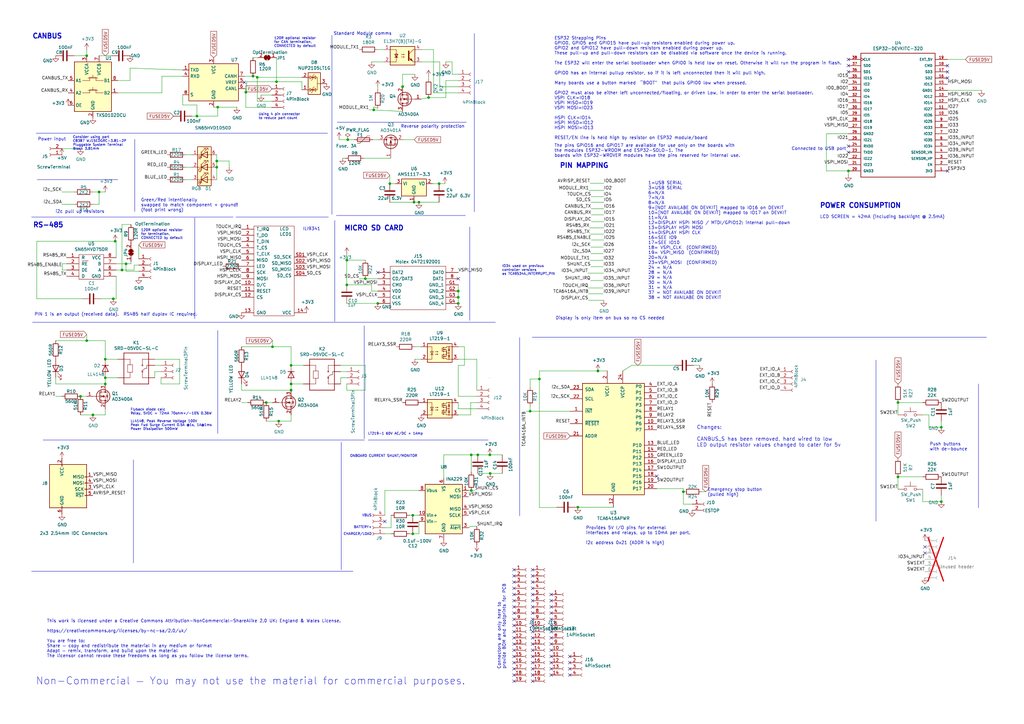
<source format=kicad_sch>
(kicad_sch (version 20230121) (generator eeschema)
  (paper "A3")
  (title_block (title "DIYBMS ESP32 CONTROLLER") (date "2024-01-31") (rev "4.61") (company "Stuart Pittaway"))
  (junction (at 171.831 82.931))
  (junction (at 109.22 165.1))
  (junction (at 43.18 157.48))
  (junction (at 119.38 157.48))
  (junction (at 245.237 152.146))
  (junction (at 200.914 186.563))
  (junction (at 154.94 124.46))
  (junction (at 280.289 201.676))
  (junction (at 35.56 139.7))
  (junction (at 195.961 186.563))
  (junction (at 43.18 147.32))
  (junction (at 169.291 211.328))
  (junction (at 114.3 172.72))
  (junction (at 46.482 122.555))
  (junction (at 153.289 45.085))
  (junction (at 142.24 116.84))
  (junction (at 368.3 195.58))
  (junction (at 51.689 108.204))
  (junction (at 180.086 75.311))
  (junction (at 193.294 186.563))
  (junction (at 88.9 66.04))
  (junction (at 149.86 114.3))
  (junction (at 187.96 119.38))
  (junction (at 119.38 160.02))
  (junction (at 159.893 75.311))
  (junction (at 33.02 162.56))
  (junction (at 175.768 40.005))
  (junction (at 368.3 165.1))
  (junction (at 43.18 154.94))
  (junction (at 217.424 168.656))
  (junction (at 103.759 31.242))
  (junction (at 201.041 194.183))
  (junction (at 142.621 57.277))
  (junction (at 35.56 22.86))
  (junction (at 386.08 205.74))
  (junction (at 105.537 31.75))
  (junction (at 386.08 175.26))
  (junction (at 169.799 82.931))
  (junction (at 165.1 35.56))
  (junction (at 50.038 110.744))
  (junction (at 193.294 201.168))
  (junction (at 187.96 121.92))
  (junction (at 113.411 33.528))
  (junction (at 40.64 78.74))
  (junction (at 221.234 155.448))
  (junction (at 80.772 47.625))
  (junction (at 347.98 70.104))
  (junction (at 47.244 98.933))
  (junction (at 88.9 68.58))
  (junction (at 38.1 170.18))
  (junction (at 119.38 149.86))
  (junction (at 187.96 124.46))
  (junction (at 169.291 218.948))
  (junction (at 111.76 142.24))
  (junction (at 100.838 37.846))
  (junction (at 142.24 106.68))
  (junction (at 89.281 43.942))
  (junction (at 236.982 208.026))
  (no_connect (at 233.68 276.86))
  (no_connect (at 210.82 233.68))
  (no_connect (at 218.44 276.86))
  (no_connect (at 210.82 266.7))
  (no_connect (at 226.06 261.62))
  (no_connect (at 210.82 274.32))
  (no_connect (at 218.44 264.16))
  (no_connect (at 233.68 274.32))
  (no_connect (at 210.82 264.16))
  (no_connect (at 210.82 243.84))
  (no_connect (at 218.44 254))
  (no_connect (at 218.44 246.38))
  (no_connect (at 269.367 195.326))
  (no_connect (at 210.82 276.86))
  (no_connect (at 210.82 279.4))
  (no_connect (at 218.44 238.76))
  (no_connect (at 226.06 256.54))
  (no_connect (at 226.06 248.92))
  (no_connect (at 218.44 274.32))
  (no_connect (at 157.861 213.868))
  (no_connect (at 226.06 264.16))
  (no_connect (at 210.82 271.78))
  (no_connect (at 218.44 266.7))
  (no_connect (at 388.62 70.104))
  (no_connect (at 218.44 248.92))
  (no_connect (at 210.82 251.46))
  (no_connect (at 226.06 251.46))
  (no_connect (at 226.06 259.08))
  (no_connect (at 226.06 274.32))
  (no_connect (at 187.96 114.3))
  (no_connect (at 388.62 32.004))
  (no_connect (at 154.94 111.76))
  (no_connect (at 210.82 248.92))
  (no_connect (at 218.44 271.78))
  (no_connect (at 379.349 226.822))
  (no_connect (at 226.06 266.7))
  (no_connect (at 388.62 29.464))
  (no_connect (at 218.44 241.3))
  (no_connect (at 226.06 246.38))
  (no_connect (at 379.349 224.282))
  (no_connect (at 218.44 251.46))
  (no_connect (at 347.98 26.924))
  (no_connect (at 226.06 271.78))
  (no_connect (at 388.62 26.924))
  (no_connect (at 210.82 238.76))
  (no_connect (at 347.98 24.384))
  (no_connect (at 233.68 269.24))
  (no_connect (at 218.44 256.54))
  (no_connect (at 347.98 62.484))
  (no_connect (at 100.33 33.782))
  (no_connect (at 347.98 59.944))
  (no_connect (at 210.82 241.3))
  (no_connect (at 218.44 269.24))
  (no_connect (at 210.82 261.62))
  (no_connect (at 218.44 243.84))
  (no_connect (at 210.82 236.22))
  (no_connect (at 226.06 243.84))
  (no_connect (at 347.98 29.464))
  (no_connect (at 210.82 269.24))
  (no_connect (at 226.06 254))
  (no_connect (at 226.06 269.24))
  (no_connect (at 218.44 261.62))
  (no_connect (at 226.06 276.86))
  (no_connect (at 233.68 271.78))
  (no_connect (at 218.44 236.22))
  (no_connect (at 218.44 233.68))
  (no_connect (at 210.82 254))
  (no_connect (at 218.44 279.4))
  (no_connect (at 218.44 259.08))
  (no_connect (at 210.82 246.38))
  (no_connect (at 210.82 259.08))
  (no_connect (at 210.82 256.54))
  (wire (pts (xy 46.482 122.555) (xy 41.402 122.555)))
  (wire (pts (xy 51.689 108.204) (xy 53.721 108.204)))
  (wire (pts (xy 56.896 106.172) (xy 56.896 100.457)))
  (wire (pts (xy 187.96 38.1) (xy 177.8 38.1)))
  (wire (pts (xy 165.1 30.48) (xy 165.1 35.56)))
  (wire (pts (xy 195.58 165.1) (xy 193.04 165.1)))
  (wire (pts (xy 221.234 155.448) (xy 221.234 152.146)))
  (wire (pts (xy 378.46 205.74) (xy 386.08 205.74)))
  (wire (pts (xy 76.2 63.5) (xy 78.74 63.5)))
  (wire (pts (xy 185.42 30.48) (xy 187.96 30.48)))
  (wire (pts (xy 142.24 104.14) (xy 142.24 106.68)))
  (wire (pts (xy 100.838 44.069) (xy 111.506 44.069)))
  (polyline (pts (xy 200.66 154.94) (xy 200.66 154.94)))
  (wire (pts (xy 201.041 194.183) (xy 205.994 194.183)))
  (wire (pts (xy 25.4 60.96) (xy 33.02 60.96)))
  (wire (pts (xy 142.24 106.68) (xy 142.24 116.84)))
  (wire (pts (xy 54.991 108.712) (xy 56.896 108.712)))
  (wire (pts (xy 368.3 195.58) (xy 378.46 195.58)))
  (wire (pts (xy 100.838 36.322) (xy 100.838 37.846)))
  (wire (pts (xy 43.18 139.7) (xy 43.18 147.32)))
  (wire (pts (xy 368.3 170.18) (xy 368.3 165.1)))
  (wire (pts (xy 103.759 23.622) (xy 105.791 23.622)))
  (wire (pts (xy 177.8 20.32) (xy 172.72 20.32)))
  (wire (pts (xy 242.57 88.138) (xy 247.65 88.138)))
  (wire (pts (xy 160.401 218.948) (xy 157.861 218.948)))
  (wire (pts (xy 142.24 160.02) (xy 142.24 157.48)))
  (wire (pts (xy 22.86 139.7) (xy 35.56 139.7)))
  (wire (pts (xy 139.7 157.48) (xy 139.7 154.94)))
  (polyline (pts (xy 14.859 54.61) (xy 134.366 54.61)))
  (polyline (pts (xy 149.352 133.604) (xy 149.352 179.959)))
  (wire (pts (xy 241.935 96.012) (xy 247.65 96.012)))
  (wire (pts (xy 280.289 206.756) (xy 283.845 206.756)))
  (wire (pts (xy 40.64 78.74) (xy 43.18 78.74)))
  (wire (pts (xy 105.537 31.75) (xy 105.537 41.529)))
  (wire (pts (xy 103.759 31.242) (xy 105.537 31.242)))
  (wire (pts (xy 149.86 149.86) (xy 149.86 160.02)))
  (wire (pts (xy 38.1 170.18) (xy 43.18 170.18)))
  (wire (pts (xy 30.48 22.86) (xy 35.56 22.86)))
  (polyline (pts (xy 12.954 89.027) (xy 95.631 89.027)))
  (wire (pts (xy 233.807 168.656) (xy 217.424 168.656)))
  (wire (pts (xy 101.219 37.846) (xy 101.219 33.528)))
  (wire (pts (xy 153.289 43.815) (xy 153.289 45.085)))
  (wire (pts (xy 247.523 112.014) (xy 241.173 112.014)))
  (wire (pts (xy 101.219 33.528) (xy 113.411 33.528)))
  (wire (pts (xy 63.5 154.94) (xy 63.5 152.4)))
  (wire (pts (xy 171.831 211.328) (xy 169.291 211.328)))
  (wire (pts (xy 242.316 104.013) (xy 247.396 104.013)))
  (wire (pts (xy 27.305 108.204) (xy 25.527 108.204)))
  (wire (pts (xy 228.346 208.026) (xy 228.346 208.153)))
  (wire (pts (xy 99.06 157.48) (xy 99.06 160.02)))
  (wire (pts (xy 247.396 118.11) (xy 241.3 118.11)))
  (wire (pts (xy 88.9 66.04) (xy 88.9 68.58)))
  (wire (pts (xy 171.831 213.868) (xy 171.831 218.948)))
  (wire (pts (xy 242.316 109.347) (xy 247.396 109.347)))
  (wire (pts (xy 182.88 25.4) (xy 185.42 25.4)))
  (wire (pts (xy 259.08 149.86) (xy 255.397 152.146)))
  (wire (pts (xy 151.384 45.085) (xy 153.289 45.085)))
  (wire (pts (xy 193.04 170.18) (xy 187.96 170.18)))
  (wire (pts (xy 140.589 64.897) (xy 141.605 64.897)))
  (wire (pts (xy 187.96 165.1) (xy 187.96 167.64)))
  (polyline (pts (xy 89.281 177.8) (xy 89.281 135.509)))
  (wire (pts (xy 182.88 33.02) (xy 182.88 40.005)))
  (wire (pts (xy 388.62 24.384) (xy 395.986 24.384)))
  (wire (pts (xy 111.76 142.24) (xy 119.38 142.24)))
  (wire (pts (xy 169.291 218.948) (xy 168.021 218.948)))
  (wire (pts (xy 241.3 123.19) (xy 247.65 123.19)))
  (polyline (pts (xy 15.24 73.66) (xy 48.26 73.66)))
  (wire (pts (xy 25.527 108.204) (xy 25.527 110.744)))
  (wire (pts (xy 80.772 43.053) (xy 80.772 47.625)))
  (wire (pts (xy 119.38 170.18) (xy 119.38 172.72)))
  (wire (pts (xy 74.93 43.053) (xy 80.772 43.053)))
  (wire (pts (xy 22.86 162.56) (xy 25.4 162.56)))
  (wire (pts (xy 169.291 211.328) (xy 168.021 211.328)))
  (wire (pts (xy 169.799 82.931) (xy 171.831 82.931)))
  (wire (pts (xy 47.625 105.664) (xy 47.625 98.933)))
  (wire (pts (xy 139.7 152.4) (xy 142.24 152.4)))
  (polyline (pts (xy 136.144 14.478) (xy 136.144 87.884)))
  (wire (pts (xy 53.721 107.315) (xy 53.721 108.204)))
  (wire (pts (xy 242.443 85.598) (xy 247.65 85.598)))
  (wire (pts (xy 123.825 33.528) (xy 113.411 33.528)))
  (wire (pts (xy 152.908 57.277) (xy 155.194 57.277)))
  (polyline (pts (xy 218.313 138.303) (xy 404.622 138.303)))
  (wire (pts (xy 217.424 155.448) (xy 221.234 155.448)))
  (wire (pts (xy 187.96 149.86) (xy 190.5 149.86)))
  (wire (pts (xy 242.316 82.931) (xy 247.65 82.931)))
  (wire (pts (xy 381 175.26) (xy 386.08 175.26)))
  (wire (pts (xy 66.421 31.242) (xy 74.93 31.242)))
  (wire (pts (xy 111.76 139.7) (xy 111.76 142.24)))
  (wire (pts (xy 187.96 142.24) (xy 190.5 142.24)))
  (wire (pts (xy 100.838 37.846) (xy 101.219 37.846)))
  (wire (pts (xy 165.1 45.72) (xy 153.289 45.085)))
  (wire (pts (xy 149.86 106.68) (xy 142.24 106.68)))
  (wire (pts (xy 113.411 23.622) (xy 113.411 33.528)))
  (wire (pts (xy 22.86 157.48) (xy 43.18 157.48)))
  (wire (pts (xy 195.58 147.32) (xy 195.58 160.02)))
  (wire (pts (xy 139.7 154.94) (xy 142.24 154.94)))
  (wire (pts (xy 89.281 47.625) (xy 80.772 47.625)))
  (wire (pts (xy 187.96 119.38) (xy 187.96 116.84)))
  (wire (pts (xy 195.961 194.183) (xy 201.041 194.183)))
  (polyline (pts (xy 359.283 213.741) (xy 359.283 147.701)))
  (wire (pts (xy 170.18 147.32) (xy 172.72 147.32)))
  (wire (pts (xy 187.96 121.92) (xy 187.96 119.38)))
  (wire (pts (xy 338.963 54.864) (xy 347.98 54.864)))
  (wire (pts (xy 269.367 200.406) (xy 280.289 200.406)))
  (wire (pts (xy 25.4 83.82) (xy 30.48 83.82)))
  (polyline (pts (xy 194.564 86.868) (xy 194.564 13.716)))
  (wire (pts (xy 386.08 203.2) (xy 386.08 205.74)))
  (wire (pts (xy 100.33 31.242) (xy 103.759 31.242)))
  (polyline (pts (xy 17.653 180.467) (xy 149.479 180.467)))
  (wire (pts (xy 338.963 70.104) (xy 338.963 54.864)))
  (wire (pts (xy 91.44 109.22) (xy 91.948 109.22)))
  (wire (pts (xy 187.96 167.64) (xy 195.58 167.64)))
  (wire (pts (xy 56.896 111.252) (xy 51.689 111.252)))
  (wire (pts (xy 142.621 57.277) (xy 145.288 57.277)))
  (wire (pts (xy 347.98 70.104) (xy 338.963 70.104)))
  (wire (pts (xy 99.06 142.24) (xy 111.76 142.24)))
  (wire (pts (xy 200.914 186.563) (xy 205.994 186.563)))
  (wire (pts (xy 241.427 120.523) (xy 247.396 120.523)))
  (wire (pts (xy 33.02 162.56) (xy 35.56 162.56)))
  (wire (pts (xy 73.66 147.32) (xy 63.5 147.32)))
  (wire (pts (xy 193.04 215.9) (xy 192.151 216.408)))
  (wire (pts (xy 193.294 186.563) (xy 195.961 186.563)))
  (wire (pts (xy 88.9 63.5) (xy 88.9 66.04)))
  (wire (pts (xy 154.94 20.32) (xy 157.48 20.32)))
  (wire (pts (xy 15.113 122.555) (xy 33.782 122.555)))
  (wire (pts (xy 171.831 82.931) (xy 180.086 82.931)))
  (wire (pts (xy 195.961 186.563) (xy 200.914 186.563)))
  (wire (pts (xy 159.893 75.311) (xy 159.893 71.882)))
  (wire (pts (xy 195.58 147.32) (xy 187.96 147.32)))
  (wire (pts (xy 217.424 158.877) (xy 217.424 155.448)))
  (wire (pts (xy 241.808 93.472) (xy 247.65 93.472)))
  (wire (pts (xy 193.04 215.9) (xy 195.58 215.9)))
  (wire (pts (xy 50.038 92.075) (xy 53.721 92.075)))
  (polyline (pts (xy 55.245 57.15) (xy 55.245 86.741)))
  (wire (pts (xy 160.401 216.408) (xy 160.401 211.328)))
  (wire (pts (xy 88.9 68.58) (xy 88.9 73.66)))
  (wire (pts (xy 242.316 101.346) (xy 247.396 101.346)))
  (wire (pts (xy 152.4 116.84) (xy 142.24 116.84)))
  (polyline (pts (xy 48.26 73.66) (xy 48.26 73.66)))
  (wire (pts (xy 89.281 43.942) (xy 97.155 43.942)))
  (wire (pts (xy 251.587 208.026) (xy 236.982 208.026)))
  (wire (pts (xy 165.354 57.277) (xy 169.926 57.277)))
  (polyline (pts (xy 151.003 180.467) (xy 200.279 180.467)))
  (polyline (pts (xy 137.922 88.392) (xy 190.881 88.392)))
  (wire (pts (xy 40.64 83.82) (xy 38.1 83.82)))
  (wire (pts (xy 99.06 160.02) (xy 119.38 160.02)))
  (wire (pts (xy 195.58 162.56) (xy 187.96 162.56)))
  (wire (pts (xy 88.9 66.04) (xy 93.98 66.04)))
  (wire (pts (xy 280.289 200.406) (xy 280.289 201.676)))
  (wire (pts (xy 165.1 35.56) (xy 165.735 34.925)))
  (wire (pts (xy 124.46 157.48) (xy 119.38 157.48)))
  (wire (pts (xy 378.46 170.18) (xy 381 170.18)))
  (wire (pts (xy 187.96 124.46) (xy 187.96 121.92)))
  (wire (pts (xy 25.527 110.744) (xy 27.305 110.744)))
  (wire (pts (xy 149.225 64.897) (xy 160.274 64.897)))
  (wire (pts (xy 149.86 160.02) (xy 142.24 160.02)))
  (wire (pts (xy 187.96 149.86) (xy 187.96 162.56)))
  (wire (pts (xy 388.62 37.084) (xy 402.59 37.084)))
  (wire (pts (xy 170.18 142.24) (xy 172.72 142.24)))
  (wire (pts (xy 53.34 33.02) (xy 48.26 33.02)))
  (wire (pts (xy 242.062 75.184) (xy 247.65 75.184)))
  (wire (pts (xy 180.34 35.56) (xy 187.96 35.56)))
  (wire (pts (xy 123.825 36.83) (xy 123.825 33.528)))
  (wire (pts (xy 192.151 201.168) (xy 193.294 201.168)))
  (wire (pts (xy 47.625 108.204) (xy 51.689 108.204)))
  (wire (pts (xy 181.991 196.088) (xy 181.991 186.563)))
  (wire (pts (xy 73.66 157.48) (xy 73.66 147.32)))
  (wire (pts (xy 139.065 56.896) (xy 139.065 57.277)))
  (wire (pts (xy 142.24 124.46) (xy 154.94 124.46)))
  (wire (pts (xy 119.38 160.02) (xy 119.38 157.48)))
  (wire (pts (xy 40.64 22.86) (xy 45.72 22.86)))
  (wire (pts (xy 47.625 113.284) (xy 47.625 122.555)))
  (wire (pts (xy 50.038 110.744) (xy 54.991 110.744)))
  (wire (pts (xy 241.935 106.807) (xy 247.396 106.807)))
  (wire (pts (xy 175.768 31.369) (xy 175.768 32.385)))
  (wire (pts (xy 152.4 119.38) (xy 152.4 116.84)))
  (wire (pts (xy 35.56 137.16) (xy 35.56 139.7)))
  (wire (pts (xy 105.537 31.242) (xy 105.537 31.75)))
  (wire (pts (xy 187.96 33.02) (xy 182.88 33.02)))
  (wire (pts (xy 242.57 90.932) (xy 247.65 90.932)))
  (wire (pts (xy 107.061 38.989) (xy 111.506 38.989)))
  (wire (pts (xy 157.861 211.328) (xy 157.861 201.168)))
  (wire (pts (xy 139.065 57.277) (xy 142.621 57.277)))
  (wire (pts (xy 180.086 75.311) (xy 182.499 75.311)))
  (wire (pts (xy 154.94 36.83) (xy 154.94 35.56)))
  (wire (pts (xy 284.48 149.86) (xy 287.02 149.86)))
  (wire (pts (xy 43.18 157.48) (xy 43.18 154.94)))
  (polyline (pts (xy 401.32 157.48) (xy 401.32 208.28)))
  (wire (pts (xy 15.113 98.933) (xy 15.113 122.555)))
  (wire (pts (xy 159.893 82.931) (xy 169.799 82.931)))
  (wire (pts (xy 30.48 78.74) (xy 25.4 78.74)))
  (wire (pts (xy 35.56 22.86) (xy 35.56 20.32)))
  (wire (pts (xy 217.424 168.656) (xy 217.424 166.497)))
  (wire (pts (xy 66.421 38.1) (xy 66.421 31.242)))
  (polyline (pts (xy 13.335 132.207) (xy 203.2 132.207)))
  (polyline (pts (xy 192.659 131.445) (xy 192.659 93.091)))
  (wire (pts (xy 378.46 200.66) (xy 378.46 205.74)))
  (wire (pts (xy 63.5 149.86) (xy 66.04 149.86)))
  (wire (pts (xy 76.2 68.58) (xy 78.74 68.58)))
  (wire (pts (xy 22.86 154.94) (xy 22.86 157.48)))
  (wire (pts (xy 47.244 98.933) (xy 15.113 98.933)))
  (wire (pts (xy 287.909 201.676) (xy 289.433 201.676)))
  (wire (pts (xy 109.22 172.72) (xy 114.3 172.72)))
  (wire (pts (xy 87.63 43.942) (xy 89.281 43.942)))
  (wire (pts (xy 74.93 38.862) (xy 74.93 43.053)))
  (wire (pts (xy 259.08 149.86) (xy 276.86 149.86)))
  (wire (pts (xy 47.625 122.555) (xy 46.482 122.555)))
  (wire (pts (xy 54.991 110.744) (xy 54.991 108.712)))
  (wire (pts (xy 193.294 201.168) (xy 194.691 201.168)))
  (wire (pts (xy 228.346 208.153) (xy 221.234 208.153)))
  (wire (pts (xy 47.625 98.933) (xy 47.244 98.933)))
  (wire (pts (xy 242.57 98.425) (xy 247.65 98.425)))
  (wire (pts (xy 171.831 218.948) (xy 169.291 218.948)))
  (wire (pts (xy 242.189 115.062) (xy 247.396 115.062)))
  (wire (pts (xy 368.3 165.1) (xy 378.46 165.1)))
  (wire (pts (xy 100.838 37.846) (xy 100.838 44.069)))
  (polyline (pts (xy 139.954 181.356) (xy 139.954 233.68)))
  (wire (pts (xy 154.94 119.38) (xy 152.4 119.38)))
  (wire (pts (xy 154.94 44.45) (xy 153.289 43.815)))
  (wire (pts (xy 99.06 165.1) (xy 101.6 165.1)))
  (wire (pts (xy 123.825 31.75) (xy 105.537 31.75)))
  (wire (pts (xy 170.18 30.48) (xy 165.1 30.48)))
  (wire (pts (xy 114.3 172.72) (xy 119.38 172.72)))
  (wire (pts (xy 35.56 139.7) (xy 43.18 139.7)))
  (polyline (pts (xy 79.883 89.281) (xy 79.883 130.683)))
  (wire (pts (xy 80.772 47.625) (xy 78.74 47.625)))
  (polyline (pts (xy 137.287 90.424) (xy 137.287 131.826)))
  (wire (pts (xy 152.4 25.4) (xy 157.48 25.4)))
  (wire (pts (xy 76.2 73.66) (xy 78.74 73.66)))
  (wire (pts (xy 241.554 78.105) (xy 247.65 78.105)))
  (wire (pts (xy 157.861 216.408) (xy 160.401 216.408)))
  (wire (pts (xy 109.22 165.1) (xy 111.76 165.1)))
  (wire (pts (xy 119.38 142.24) (xy 119.38 149.86)))
  (wire (pts (xy 172.72 25.4) (xy 180.34 25.4)))
  (wire (pts (xy 175.768 40.005) (xy 182.88 40.005)))
  (wire (pts (xy 50.038 92.075) (xy 50.038 110.744)))
  (wire (pts (xy 51.689 111.252) (xy 51.689 108.204)))
  (wire (pts (xy 38.1 78.74) (xy 40.64 78.74)))
  (wire (pts (xy 43.18 167.64) (xy 43.18 170.18)))
  (wire (pts (xy 149.86 114.3) (xy 147.32 114.3)))
  (wire (pts (xy 180.34 25.4) (xy 180.34 35.56)))
  (wire (pts (xy 381 170.18) (xy 381 175.26)))
  (wire (pts (xy 48.26 154.94) (xy 43.18 154.94)))
  (wire (pts (xy 368.3 200.66) (xy 368.3 195.58)))
  (wire (pts (xy 159.893 75.311) (xy 162.179 75.311)))
  (wire (pts (xy 245.237 152.146) (xy 249.047 152.146)))
  (wire (pts (xy 48.26 147.32) (xy 43.18 147.32)))
  (wire (pts (xy 280.289 201.676) (xy 280.289 206.756)))
  (wire (pts (xy 139.7 149.86) (xy 149.86 149.86)))
  (wire (pts (xy 190.5 149.86) (xy 190.5 142.24)))
  (wire (pts (xy 40.64 78.74) (xy 40.64 83.82)))
  (wire (pts (xy 386.08 172.72) (xy 386.08 175.26)))
  (wire (pts (xy 242.443 80.645) (xy 247.523 80.645)))
  (wire (pts (xy 181.991 186.563) (xy 193.294 186.563)))
  (wire (pts (xy 33.02 170.18) (xy 38.1 170.18)))
  (wire (pts (xy 74.93 28.702) (xy 53.34 27.94)))
  (wire (pts (xy 193.04 165.1) (xy 193.04 170.18)))
  (wire (pts (xy 221.234 152.146) (xy 245.237 152.146)))
  (wire (pts (xy 100.33 36.322) (xy 100.838 36.322)))
  (wire (pts (xy 53.34 27.94) (xy 53.34 33.02)))
  (wire (pts (xy 50.038 110.744) (xy 47.625 110.744)))
  (wire (pts (xy 347.98 71.755) (xy 347.98 70.104)))
  (wire (pts (xy 48.26 38.1) (xy 66.421 38.1)))
  (wire (pts (xy 66.04 157.48) (xy 73.66 157.48)))
  (polyline (pts (xy 138.303 50.165) (xy 191.262 50.165)))
  (polyline (pts (xy 96.774 89.027) (xy 134.747 89.027)))
  (wire (pts (xy 157.861 201.168) (xy 171.831 201.168)))
  (wire (pts (xy 185.42 25.4) (xy 185.42 30.48)))
  (wire (pts (xy 215.9 168.656) (xy 217.424 168.656)))
  (wire (pts (xy 93.98 66.04) (xy 93.98 68.58)))
  (wire (pts (xy 221.234 208.153) (xy 221.234 155.448)))
  (wire (pts (xy 89.281 43.942) (xy 89.281 47.625)))
  (wire (pts (xy 172.72 40.64) (xy 175.768 40.005)))
  (wire (pts (xy 66.04 154.94) (xy 66.04 157.48)))
  (wire (pts (xy 177.8 38.1) (xy 177.8 20.32)))
  (wire (pts (xy 177.419 75.311) (xy 180.086 75.311)))
  (wire (pts (xy 105.537 41.529) (xy 111.506 41.529)))
  (wire (pts (xy 124.46 149.86) (xy 119.38 149.86)))
  (polyline (pts (xy 12.954 234.315) (xy 144.78 234.315)))
  (polyline (pts (xy 213.106 211.582) (xy 213.106 138.43)))
  (polyline (pts (xy 54.737 230.886) (xy 54.737 188.595)))
  (wire (pts (xy 193.294 193.548) (xy 193.294 186.563)))
  (wire (pts (xy 154.94 114.3) (xy 149.86 114.3)))
  (wire (pts (xy 235.966 208.026) (xy 236.982 208.026)))
  (wire (pts (xy 63.5 152.4) (xy 66.04 152.4)))
  (text "Standard Module comms" (at 136.779 14.605 0) (effects (font (size 1.27 1.27)) (justify left bottom)))
  (text "ILI9341" (at 131.445 94.742 0) (effects (font (size 1.27 1.27)) (justify right bottom)))
  (text "CANBUS" (at 13.208 16.129 0) (effects (font (size 2.0066 2.0066) (thickness 0.4013) bold) (justify left bottom)))
  (text "Push buttons \nwith de-bounce" (at 381.254 185.039 0) (effects (font (size 1.27 1.27)) (justify left bottom)))
  (text "Display is only item on bus so no CS needed" (at 227.838 131.318 0) (effects (font (size 1.27 1.27)) (justify left bottom)))
  (text "PIN 1 is an output (received data).  RS485 half duplex IC required." (at 14.097 129.794 0) (effects (font (size 1.27 1.27)) (justify left bottom)))
  (text "Changes:\n\nCANBUS_S has been removed, hard wired to low\nLED output resistor values changed to cater for 5v\n" (at 285.75 183.515 0) (effects (font (size 1.4986 1.4986)) (justify left bottom)))
  (text "Connectors are only here to \nprovide BOM and footprints for PCB" (at 207.518 274.574 90) (effects (font (size 1.27 1.27)) (justify left bottom)))
  (text "Non-Commercial — You may not use the material for commercial purposes.\n" (at 14.605 281.178 0) (effects (font (size 2.9972 2.9972)) (justify left bottom)))
  (text "120R optional resistor \nfor CAN termination, \nCONNECTED by default" (at 112.395 19.558 0) (effects (font (size 0.9906 0.9906)) (justify left bottom)))
  (text "Consider using part\nC8387 WJ15EDGRC-3.81-2P\nPluggable System Terminal \nBlock 3.81mm" (at 29.845 61.722 0) (effects (font (size 0.9906 0.9906)) (justify left bottom)))
  (text "Connected to USB port\n" (at 324.612 61.849 0) (effects (font (size 1.27 1.27)) (justify left bottom)))
  (text "Reverse polarity protection" (at 164.338 52.705 0) (effects (font (size 1.27 1.27)) (justify left bottom)))
  (text "PIN MAPPING" (at 229.489 69.215 0) (effects (font (size 2.0066 2.0066) (thickness 0.4013) bold) (justify left bottom)))
  (text "ESP32 Strapping Pins\nGPIO0, GPIO5 and GPIO15 have pull-up resistors enabled during power up.\nGPIO2 and GPIO12 have pull-down resistors enabled during power up.\nThese pull-up and pull-down resistors can be disabled via software once the device is running.\n\nThe ESP32 will enter the serial bootloader when GPIO0 is held low on reset. Otherwise it will run the program in flash.\n\nGPIO0 has an internal pullup resistor, so if it is left unconnected then it will pull high.\n\nMany boards use a button marked  “BOOT”  that pulls GPIO0 low when pressed.\n\nGPIO2 must also be either left unconnected/floating, or driven Low, in order to enter the serial bootloader.\nVSPI CLK=IO18\nVSPI MISO=IO19\nVSPI MOSI=IO23\n\nHSPI CLK=IO14\nHSPI MISO=IO12\nHSPI MOSI=IO13\n\nRESET/EN line is held high by resistor on ESP32 module/board" (at 227.33 57.404 0) (effects (font (size 1.27 1.27)) (justify left bottom)))
  (text "Flyback diode calc\nRelay, 5VDC = 72mA 70ohm+/-10% 0.36W\n\nLL4148, Peak Reverse Voltage 100V\nPeak Fwd Surge Current 0.5A @1s, 1A@1ms\nPower Dissipation 500mW" (at 53.467 176.657 0) (effects (font (size 0.9906 0.9906)) (justify left bottom)))
  (text "POWER CONSUMPTION" (at 336.169 85.598 0) (effects (font (size 2.0066 2.0066) (thickness 0.4013) bold) (justify left bottom)))
  (text "Provides 5V I/O pins for external \ninterfaces and relays, up to 10mA per port.\n\ni2c address 0x21 (ADDR is high)" (at 240.284 223.52 0) (effects (font (size 1.27 1.27)) (justify left bottom)))
  (text "i2c pull up resistors" (at 22.733 87.63 0) (effects (font (size 1.27 1.27)) (justify left bottom)))
  (text "LCD SCREEN = 42mA (including backlight @ 2.5mA)\n" (at 336.296 89.789 0) (effects (font (size 1.27 1.27)) (justify left bottom)))
  (text "CHARGER/LOAD" (at 140.843 219.71 0) (effects (font (size 0.9906 0.9906)) (justify left bottom)))
  (text "1=USB SERIAL\n3=USB SERIAL\n6=N/A\n7=N/A\n8=N/A\n9=[NOT AVAILABE ON DEVKIT] mapped to IO16 on DEVKIT\n10=[NOT AVAILABE ON DEVKIT] mapped to IO17 on DEVKIT\n11=N/A\n12=DISPLAY HSPI MISO / MTDI/GPIO12: internal pull-down\n13=DISPLAY HSPI MOSI\n14=DISPLAY HSPI CLK\n16=SEE IO9\n17=SEE IO10\n18= VSPI_CLK  (CONFIRMED)\n19= VSPI_MISO  (CONFIRMED)\n20=N/A\n23=VSPI_MOSI  (CONFIRMED)\n24 = N/A\n28 = N/A\n29 = N/A\n30 = N/A\n31 = N/A\n37 = NOT AVAILABE ON DEVKIT\n38 = NOT AVAILABE ON DEVKIT\n" (at 265.811 122.936 0) (effects (font (size 1.27 1.27)) (justify left bottom)))
  (text "Emergency stop button \n(pulled high)" (at 290.195 203.708 0) (effects (font (size 1.27 1.27)) (justify left bottom)))
  (text "This work is licensed under a Creative Commons Attribution-NonCommercial-ShareAlike 2.0 UK: England & Wales License.\n\nhttps://creativecommons.org/licenses/by-nc-sa/2.0/uk/\n\nYou are free to:\nShare — copy and redistribute the material in any medium or format\nAdapt — remix, transform, and build upon the material\nThe licensor cannot revoke these freedoms as long as you follow the license terms." (at 19.177 269.875 0) (effects (font (size 1.27 1.27)) (justify left bottom)))
  (text "BATTERY+" (at 145.034 216.916 0) (effects (font (size 0.9906 0.9906)) (justify left bottom)))
  (text "The pins GPIO16 and GPIO17 are available for use only on the boards with \nthe modules ESP32-WROOM and ESP32-SOLO-1. The \nboards with ESP32-WROVER modules have the pins reserved for internal use." (at 227.33 64.643 0) (effects (font (size 1.27 1.27)) (justify left bottom)))
  (text "Power input" (at 15.494 57.912 0) (effects (font (size 1.27 1.27)) (justify left bottom)))
  (text "Using 4 pin connector \nto reduce part count" (at 106.045 49.149 0) (effects (font (size 0.9906 0.9906)) (justify left bottom)))
  (text "Green/Red intentionally \nswapped to match component + ground!\n(foot print wrong)\n" (at 57.785 86.995 0) (effects (font (size 1.27 1.27)) (justify left bottom)))
  (text "ONBOARD CURRENT SHUNT/MONITOR" (at 143.51 187.706 0) (effects (font (size 0.9906 0.9906)) (justify left bottom)))
  (text "RS-485" (at 13.462 93.599 0) (effects (font (size 2.0066 2.0066) (thickness 0.4013) bold) (justify left bottom)))
  (text "IO34 used on previous \ncontroller versions \nas TCA9534A_INTERRUPT_PIN" (at 205.867 113.03 0) (effects (font (size 0.9906 0.9906)) (justify left bottom)))
  (text "VBUS" (at 148.463 212.09 0) (effects (font (size 0.9906 0.9906)) (justify left bottom)))
  (text "LT219-1 60V AC/DC + 1Amp" (at 150.876 178.562 0) (effects (font (size 0.9906 0.9906)) (justify left bottom)))
  (text "120R optional resistor \nfor termination, \nCONNECTED by default" (at 57.785 98.298 0) (effects (font (size 0.9906 0.9906)) (justify left bottom)))
  (text "MICRO SD CARD" (at 141.097 94.869 0) (effects (font (size 2.0066 2.0066) (thickness 0.4013) bold) (justify left bottom)))
  (label "RESET" (at 388.62 67.564 0))
  (label "EXT_IO_D" (at 320.04 160.02 180))
  (label "SHUNT_CS" (at 194.691 201.168 0))
  (label "IO17" (at 347.98 44.704 180))
  (label "IO2" (at 247.65 78.105 0))
  (label "RELAY1" (at 269.367 168.656 0))
  (label "MODULE_TX1" (at 241.935 106.807 180))
  (label "IO21" (at 347.98 57.404 180))
  (label "VSPI_MOSI" (at 38.1 198.12 0))
  (label "RELAY1" (at 22.86 162.56 180))
  (label "i2c_SCK" (at 25.4 78.74 180))
  (label "RELAY3_SSR" (at 162.56 142.24 180))
  (label "TOUCH_CS" (at 99.06 101.6 180))
  (label "HSPI_CLK" (at 388.62 42.164 0))
  (label "RS485_ENABLE" (at 25.527 109.601 180))
  (label "RELAY2" (at 99.06 165.1 180))
  (label "RESET" (at 99.06 119.38 180))
  (label "HSPI_MISO" (at 388.62 39.624 0))
  (label "IO39_INPUT" (at 388.62 62.484 0))
  (label "DISPLAY_LED" (at 269.367 190.246 0))
  (label "SD_CS" (at 147.32 114.3 180))
  (label "EXT_IO_D" (at 269.367 166.116 0))
  (label "IO27" (at 388.62 44.704 0))
  (label "TCA6416A_INTB" (at 241.427 120.523 180))
  (label "IO17" (at 247.65 88.138 0))
  (label "TCA6416A_INTB" (at 215.9 168.656 270))
  (label "VSPI_CLK" (at 154.94 121.92 180))
  (label "IO35_INPUT" (at 388.62 57.404 0))
  (label "RESET" (at 233.807 173.736 180))
  (label "IO16" (at 247.65 85.598 0))
  (label "VSPI_MISO" (at 125.73 107.95 0))
  (label "DISPLAY_LED" (at 91.44 109.22 180))
  (label "VSPI_CLK" (at 99.06 104.14 180))
  (label "DISPLAY_CS" (at 99.06 121.92 180))
  (label "SHUNT_IRQ" (at 242.189 115.062 180))
  (label "IO5" (at 347.98 47.244 180))
  (label "BLUE_LED" (at 269.367 182.626 0))
  (label "SHUNT_CS" (at 242.316 109.347 180))
  (label "IO39_INPUT" (at 247.396 120.523 0))
  (label "RELAY3_SSR" (at 269.367 173.736 0))
  (label "VSPI_MOSI" (at 125.73 110.49 0))
  (label "IO34_INPUT" (at 247.523 112.014 0))
  (label "HSPI_MISO" (at 99.06 106.68 180))
  (label "EXT_IO_C" (at 269.367 163.576 0))
  (label "VSPI_MISO" (at 38.1 195.58 0))
  (label "IO35_INPUT" (at 247.396 115.062 0))
  (label "VSPI_MISO" (at 187.96 111.76 0))
  (label "RED_LED" (at 68.58 68.58 180))
  (label "RS485_ENABLE" (at 242.57 98.425 180))
  (label "IO34_INPUT" (at 388.62 59.944 0))
  (label "MODULE_RX1" (at 151.384 45.085 180))
  (label "RED_LED" (at 269.367 185.166 0))
  (label "IO2" (at 347.98 34.544 180))
  (label "BLUE_LED" (at 68.58 73.66 180))
  (label "i2c_SCK" (at 242.316 101.346 180))
  (label "SW2EXT" (at 368.3 170.18 180))
  (label "IO33" (at 388.62 52.324 0))
  (label "SW1EXT" (at 379.349 231.902 180))
  (label "IO0_BOOT" (at 247.65 75.184 0))
  (label "HSPI_MOSI" (at 388.62 34.544 0))
  (label "CANBUS_RX" (at 27.94 38.1 180))
  (label "IO15" (at 247.65 90.932 0))
  (label "VSPI_CLK" (at 192.151 211.328 0))
  (label "EXT_IO_C" (at 320.04 157.48 180))
  (label "VSPI_MISO" (at 347.98 52.324 180))
  (label "IO33" (at 247.396 109.347 0))
  (label "IO36_INPUT" (at 388.62 65.024 0))
  (label "EXT_IO_B" (at 269.367 161.036 0))
  (label "IO36_INPUT" (at 247.396 118.11 0))
  (label "IO34_INPUT" (at 379.349 229.362 180))
  (label "IO4" (at 247.523 80.645 0))
  (label "SW2OUTPUT" (at 269.367 197.866 0))
  (label "HSPI_MOSI" (at 99.06 114.3 180))
  (label "EXT_IO_A" (at 320.04 152.4 180))
  (label "RELAY4_SSR" (at 165.1 165.1 180))
  (label "MODULE_RX1" (at 241.554 78.105 180))
  (label "SD_CS" (at 125.73 113.03 0))
  (label "HSPI_CLK" (at 99.06 111.76 180))
  (label "i2c_SDA" (at 233.807 159.766 180))
  (label "TOUCH_IRQ" (at 241.3 118.11 180))
  (label "VSPI_MOSI" (at 99.06 99.06 180))
  (label "i2c_SDA" (at 242.316 104.013 180))
  (label "IO22" (at 247.65 96.012 0))
  (label "EXT_IO_A" (at 269.367 158.496 0))
  (label "SW1EXT" (at 368.3 200.66 180))
  (label "VSPI_MOSI" (at 192.151 203.708 0))
  (label "i2c_SDA" (at 25.4 83.82 180))
  (label "IO15" (at 347.98 32.004 180))
  (label "IO26" (at 388.62 47.244 0))
  (label "DISPLAY_DC" (at 242.57 90.932 180))
  (label "SW2EXT" (at 379.349 234.442 180))
  (label "TOUCH_IRQ" (at 99.06 93.98 180))
  (label "MODULE_TX1" (at 147.32 20.32 180))
  (label "CANBUS_TX" (at 27.94 33.02 180))
  (label "i2c_SCK" (at 233.807 163.576 180))
  (label "RELAY2" (at 269.367 171.196 0))
  (label "AVRISP_RESET" (at 38.1 203.2 0))
  (label "IO32" (at 247.396 106.807 0))
  (label "TOUCH_CS" (at 242.443 80.645 180))
  (label "SW2OUTPUT" (at 386.08 165.1 0))
  (label "GREEN_LED" (at 68.58 63.5 180))
  (label "VSPI_MISO" (at 99.06 96.52 180))
  (label "IO16" (at 347.98 42.164 180))
  (label "IO22" (at 347.98 65.024 180))
  (label "RS485_RX" (at 241.808 93.472 180))
  (label "IO27" (at 247.396 104.013 0))
  (label "IO34_INPUT" (at 241.173 112.014 180))
  (label "DISPLAY_CS" (at 241.3 123.19 180))
  (label "IO21" (at 247.65 93.472 0))
  (label "VSPI_CLK" (at 347.98 49.784 180))
  (label "IO5" (at 247.65 82.931 0))
  (label "SHUNT_IRQ" (at 195.58 215.9 0))
  (label "RS485_RX" (at 27.305 105.664 180))
  (label "IO4" (at 347.98 39.624 180))
  (label "VSPI_MISO" (at 192.151 208.788 0))
  (label "ESP3V3" (at 388.62 70.104 0))
  (label "SW1OUTPUT" (at 386.08 195.58 0))
  (label "SW1OUTPUT" (at 269.367 192.786 0))
  (label "IO32" (at 388.62 54.864 0))
  (label "AVRISP_RESET" (at 242.062 75.184 180))
  (label "IO26" (at 247.396 101.346 0))
  (label "IO25" (at 388.62 49.784 0))
  (label "IO25" (at 247.65 98.425 0))
  (label "DISPLAY_DC" (at 99.06 116.84 180))
  (label "VSPI_MOSI" (at 347.98 67.564 180))
  (label "VSPI_MOSI" (at 154.94 116.84 180))
  (label "GREEN_LED" (at 269.367 187.706 0))
  (label "RESET" (at 292.1 165.1 270))
  (label "SD_CS" (at 242.316 82.931 180))
  (label "VSPI_CLK" (at 38.1 200.66 0))
  (label "RS485_TX" (at 241.935 96.012 180))
  (label "EXT_IO_B" (at 320.04 154.94 180))
  (label "RELAY4_SSR" (at 269.367 176.276 0))
  (label "RS485_TX" (at 27.305 113.284 180))
  (label "IO0_BOOT" (at 347.98 37.084 180))
  (label "CANBUS_TX" (at 242.443 85.598 180))
  (label "CANBUS_RX" (at 242.57 88.138 180))
  (label "VSPI_CLK" (at 125.73 105.41 0))
  (global_label "FUSED5V" (shape input) (at 71.12 47.625 180) (property "Intersheetrefs" "${INTERSHEET_REFS}" (effects hide)))
  (global_label "FUSED5V" (shape input) (at 261.62 149.86 90) (property "Intersheetrefs" "${INTERSHEET_REFS}" (effects hide)))
  (global_label "FUSED5V" (shape input) (at 368.3 157.48 90) (property "Intersheetrefs" "${INTERSHEET_REFS}" (effects hide)))
  (global_label "FUSED5V" (shape input) (at 111.506 36.449 180) (property "Intersheetrefs" "${INTERSHEET_REFS}" (effects hide)))
  (global_label "FUSED5V" (shape input) (at 395.986 24.384 0) (property "Intersheetrefs" "${INTERSHEET_REFS}" (effects hide)))
  (global_label "FUSED5V" (shape input) (at 159.893 71.882 180) (property "Intersheetrefs" "${INTERSHEET_REFS}" (effects hide)))
  (global_label "FUSED5V" (shape input) (at 87.63 23.622 90) (property "Intersheetrefs" "${INTERSHEET_REFS}" (effects hide)))
  (global_label "FUSED5V" (shape input) (at 56.896 100.457 0) (property "Intersheetrefs" "${INTERSHEET_REFS}" (effects hide)))
  (global_label "FUSED5V" (shape input) (at 233.807 178.816 180) (property "Intersheetrefs" "${INTERSHEET_REFS}" (effects hide)))
  (global_label "FUSED5V" (shape input) (at 368.3 187.96 90) (property "Intersheetrefs" "${INTERSHEET_REFS}" (effects hide)))
  (global_label "FUSED5V" (shape input) (at 289.433 201.676 90) (property "Intersheetrefs" "${INTERSHEET_REFS}" (effects hide)))
  (global_label "FUSED5V" (shape input) (at 43.18 22.86 90) (property "Intersheetrefs" "${INTERSHEET_REFS}" (effects hide)))
  (global_label "FUSED5V" (shape input) (at 169.926 57.277 0) (property "Intersheetrefs" "${INTERSHEET_REFS}" (effects hide)))
  (global_label "FUSED5V" (shape input) (at 35.56 137.16 180) (property "Intersheetrefs" "${INTERSHEET_REFS}" (effects hide)))
  (global_label "FUSED5V" (shape input) (at 111.76 139.7 180) (property "Intersheetrefs" "${INTERSHEET_REFS}" (effects hide)))
  (symbol (lib_id "ControllerCircuit-rescue:+3.3V-power") (at 175.768 31.369 0) (unit 1)
    (property "Reference" "#PWR0101" (effects hide))
    (property "Value" "+3.3V" (at 179.705 30.48 0))
  )
  (symbol (lib_id "Device:LED_RGB") (at 83.82 68.58 0) (unit 1)
    (property "Reference" "D1" (at 85.471 77.343 0))
    (property "Value" "RGB" (at 80.518 77.343 0))
    (property "Footprint" "LED_SMD:LED_RGB_5050-6" (effects hide))
    (property "Datasheet" "https://datasheet.lcsc.com/szlcsc/Hongli-Zhihui-HONGLITRONIC-HL-AF-5060H271BU46FU79GC-S1-THL_C219409.pdf" (effects hide))
    (property "LCSCStockCode" "C219409" (effects hide))
  )
  (symbol (lib_id "power:GND") (at 93.98 68.58 0) (unit 1)
    (property "Reference" "#PWR0104" (effects hide))
    (property "Value" "GND" (at 93.98 73.406 0))
  )
  (symbol (lib_id "Isolator:PC817") (at 165.1 22.86 0) (unit 1)
    (property "Reference" "U2" (at 165.1 14.605 0))
    (property "Value" "EL3H7(B)(TA)-G" (at 165.1 16.9164 0))
    (property "Footprint" "Package_SO:SOP-4_4.4x2.6mm_P1.27mm" (effects hide))
    (property "Datasheet" "https://datasheet.lcsc.com/szlcsc/Everlight-Elec-EL3H7-B-TA-G_C32565.pdf" (effects hide))
    (property "LCSCStockCode" "C32565" (effects hide))
  )
  (symbol (lib_id "Device:R") (at 175.768 36.195 180) (unit 1)
    (property "Reference" "R2" (at 181.0258 36.195 90))
    (property "Value" "2K2" (at 178.7144 36.195 90))
    (property "Footprint" "Resistor_SMD:R_0805_2012Metric" (effects hide))
    (property "LCSCStockCode" "C17520" (effects hide))
    (property "PartNumber" "0805W8F2201T5E" (effects hide))
  )
  (symbol (lib_id "power:GND") (at 152.4 25.4 0) (unit 1)
    (property "Reference" "#PWR0105" (effects hide))
    (property "Value" "GND" (at 152.527 29.7942 0))
  )
  (symbol (lib_id "Device:R") (at 151.13 20.32 270) (unit 1)
    (property "Reference" "R3" (at 151.13 15.0622 90))
    (property "Value" "180R" (at 151.13 17.3736 90))
    (property "Footprint" "Resistor_SMD:R_0805_2012Metric" (effects hide))
    (property "LCSCStockCode" "C25270" (effects hide))
    (property "PartNumber" "0805W8F1800T5E" (effects hide))
  )
  (symbol (lib_id "power:GND") (at 182.88 25.4 0) (unit 1)
    (property "Reference" "#PWR01" (effects hide))
    (property "Value" "GND" (at 183.007 29.7942 0))
  )
  (symbol (lib_id "ControllerCircuit-rescue:ESP32-DEVKITC-32D-ControllerCircuit") (at 368.3 47.244 180) (unit 1)
    (property "Reference" "U4" (at 368.3 17.6022 0))
    (property "Value" "ESP32-DEVKITC-32D" (at 368.3 19.9136 0))
    (property "Footprint" "ControllerCircuit:MODULE_ESP32-DEVKITC-32D" (effects hide))
    (property "Datasheet" "Espressif Systems" (effects hide))
  )
  (symbol (lib_id "Connector:AVR-ISP-6") (at 27.94 200.66 0) (unit 1)
    (property "Reference" "J8" (at 19.5834 198.2216 0) (effects (justify right)))
    (property "Value" "2x3 2.54mm IDC Connectors" (at 44.196 218.694 0) (effects (justify right)))
    (property "Footprint" "Connector_PinHeader_2.54mm:PinHeader_2x03_P2.54mm_Vertical" (effects hide))
    (property "Datasheet" "https://lcsc.com/product-detail/IDC-Connectors_Ckmtw-Shenzhen-Cankemeng-C132438_C132438.html" (effects hide))
    (property "LCSCStockCode" "C132438" (effects hide))
  )
  (symbol (lib_id "power:+3V3") (at 25.4 187.96 0) (unit 1)
    (property "Reference" "#PWR0117" (effects hide))
    (property "Value" "+3V3" (at 25.781 183.5658 0))
  )
  (symbol (lib_id "power:GND") (at 97.155 43.942 0) (unit 1)
    (property "Reference" "#PWR0116" (effects hide))
    (property "Value" "GND" (at 97.282 48.3362 0))
  )
  (symbol (lib_id "power:GND") (at 25.4 210.82 0) (unit 1)
    (property "Reference" "#PWR0118" (effects hide))
    (property "Value" "GND" (at 25.527 215.2142 0))
  )
  (symbol (lib_id "ControllerCircuit-rescue:Conn_01x04_Female-Connector") (at 116.586 38.989 0) (unit 1)
    (property "Reference" "J7" (at 117.2972 38.3286 0) (effects (justify left)))
    (property "Value" "4PinBlock" (at 117.2972 40.64 0) (effects (justify left)))
    (property "Footprint" "ControllerCircuit:WJ15EDGRC-3.81-4P" (effects hide))
    (property "LCSCStockCode" "C395880" (effects hide))
  )
  (symbol (lib_id "Device:C") (at 37.592 122.555 90) (unit 1)
    (property "Reference" "C1" (at 37.592 116.1542 90))
    (property "Value" "100nF" (at 37.592 118.4656 90))
    (property "Footprint" "Capacitor_SMD:C_0805_2012Metric" (effects hide))
    (property "Datasheet" "https://datasheet.lcsc.com/szlcsc/YAGEO-CC0805KRX7R9BB104_C49678.pdf" (effects hide))
    (property "LCSCStockCode" "C49678" (effects hide))
  )
  (symbol (lib_id "Device:R") (at 103.759 27.432 0) (unit 1)
    (property "Reference" "R6" (at 106.172 26.416 0) (effects (justify left)))
    (property "Value" "120R" (at 106.172 28.194 0) (effects (justify left)))
    (property "Footprint" "Resistor_SMD:R_0805_2012Metric" (effects hide))
    (property "LCSCStockCode" "C17437" (effects hide))
    (property "PartNumber" "0805W8F1200T5E" (effects hide))
  )
  (symbol (lib_id "Device:C") (at 74.93 47.625 90) (unit 1)
    (property "Reference" "C2" (at 72.517 46.228 90))
    (property "Value" "100nF" (at 79.502 49.657 90))
    (property "Footprint" "Capacitor_SMD:C_0805_2012Metric" (effects hide))
    (property "Datasheet" "https://datasheet.lcsc.com/szlcsc/YAGEO-CC0805KRX7R9BB104_C49678.pdf" (effects hide))
    (property "LCSCStockCode" "C49678" (effects hide))
  )
  (symbol (lib_id "Device:Polyfuse") (at 149.098 57.277 270) (unit 1)
    (property "Reference" "F1" (at 146.431 55.372 90) (effects (justify left)))
    (property "Value" "Fuse, 3A" (at 137.795 59.817 90) (effects (justify left)))
    (property "Footprint" "Fuse:Fuse_2920_7451Metric" (effects hide))
    (property "Datasheet" "https://datasheet.lcsc.com/lcsc/1912111437_TLC-Electronic-TLC-LSMD300D-16_C426964.pdf" (effects hide))
    (property "LCSCStockCode" "C426964" (effects hide))
    (property "PartNumber" "TLC-LSMD300D/16" (effects hide))
  )
  (symbol (lib_id "Jumper:SolderJumper_2_Bridged") (at 109.601 23.622 180) (unit 1)
    (property "Reference" "JP1" (at 115.316 23.749 0))
    (property "Value" "OptTermination" (at 110.744 21.463 0))
    (property "Footprint" "Jumper:SolderJumper-2_P1.3mm_Bridged_Pad1.0x1.5mm" (effects hide))
  )
  (symbol (lib_id "power:GND") (at 33.02 60.96 0) (unit 1)
    (property "Reference" "#PWR0103" (effects hide))
    (property "Value" "GND" (at 33.147 65.3542 0))
  )
  (symbol (lib_id "power:+5V") (at 25.4 63.5 0) (unit 1)
    (property "Reference" "#PWR0122" (effects hide))
    (property "Value" "+5V" (at 25.4 64.77 0))
  )
  (symbol (lib_id "ControllerCircuit-rescue:Conn_01x04_Female-Connector") (at 325.12 154.94 0) (unit 1)
    (property "Reference" "J4" (at 330.708 155.702 0) (effects (justify right)))
    (property "Value" "4PinBlock" (at 326.517 149.479 90) (effects (justify right)))
    (property "Footprint" "ControllerCircuit:WJ15EDGRC-3.81-4P" (effects hide))
    (property "LCSCStockCode" "C395880" (effects hide))
  )
  (symbol (lib_id "power:GND") (at 347.98 71.755 0) (unit 1)
    (property "Reference" "#PWR0110" (effects hide))
    (property "Value" "GND" (at 348.107 76.1492 0))
  )
  (symbol (lib_id "Regulator_Linear:AMS1117-3.3") (at 169.799 75.311 0) (unit 1)
    (property "Reference" "U6" (at 169.799 69.1642 0))
    (property "Value" "AMS1117-3.3" (at 169.799 71.4756 0))
    (property "Footprint" "Package_TO_SOT_SMD:SOT-223-3_TabPin2" (effects hide))
    (property "Datasheet" "http://www.advanced-monolithic.com/pdf/ds1117.pdf" (effects hide))
    (property "LCSCStockCode" "C6186" (effects hide))
    (property "PartNumber" "AMS1117-3.3" (effects hide))
  )
  (symbol (lib_id "power:GND") (at 402.59 37.084 0) (unit 1)
    (property "Reference" "#PWR0111" (effects hide))
    (property "Value" "GND" (at 402.717 41.4782 0))
  )
  (symbol (lib_id "power:+5V") (at 139.065 56.896 0) (unit 1)
    (property "Reference" "#PWR0108" (effects hide))
    (property "Value" "+5V" (at 139.446 52.5018 0))
  )
  (symbol (lib_id "power:+3V3") (at 182.499 75.311 0) (unit 1)
    (property "Reference" "#PWR0112" (effects hide))
    (property "Value" "+3V3" (at 182.88 70.9168 0))
  )
  (symbol (lib_id "Device:C") (at 159.893 79.121 0) (unit 1)
    (property "Reference" "C3" (at 155.448 77.216 0) (effects (justify left)))
    (property "Value" "22uF 6.3V" (at 154.94 81.28 0) (effects (justify left)))
    (property "Footprint" "Capacitor_Tantalum_SMD:CP_EIA-3216-18_Kemet-A_Pad1.58x1.35mm_HandSolder" (effects hide))
    (property "Datasheet" "https://datasheet.lcsc.com/szlcsc/Hunan-Xiangyee-in-S-T-CA45-A010M226T_C126948.pdf" (effects hide))
    (property "LCSCStockCode" "C110786" (effects hide))
    (property "PartNumber" "TC212A226K006Y" (effects hide))
  )
  (symbol (lib_id "Device:C") (at 180.086 79.121 0) (unit 1)
    (property "Reference" "C4" (at 183.007 77.9526 0) (effects (justify left)))
    (property "Value" "22uF 6.3V" (at 183.007 80.264 0) (effects (justify left)))
    (property "Footprint" "Capacitor_Tantalum_SMD:CP_EIA-3216-18_Kemet-A_Pad1.58x1.35mm_HandSolder" (effects hide))
    (property "Datasheet" "https://datasheet.lcsc.com/szlcsc/Hunan-Xiangyee-in-S-T-CA45-A010M226T_C126948.pdf" (effects hide))
    (property "LCSCStockCode" "C110786" (effects hide))
    (property "PartNumber" "TC212A226K006Y" (effects hide))
  )
  (symbol (lib_id "power:GND") (at 171.831 82.931 0) (unit 1)
    (property "Reference" "#PWR010" (effects hide))
    (property "Value" "GND" (at 171.958 87.3252 0))
  )
  (symbol (lib_id "power:GND") (at 247.65 123.19 0) (unit 1)
    (property "Reference" "#PWR0121" (effects hide))
    (property "Value" "GND" (at 247.777 127.5842 0))
  )
  (symbol (lib_id "ControllerCircuit-rescue:SRD-05VDC-SL-C-ControllerCircuit") (at 55.88 149.86 0) (unit 1)
    (property "Reference" "K1" (at 55.88 140.5382 0))
    (property "Value" "SRD-05VDC-SL-C" (at 55.88 142.8496 0))
    (property "Footprint" "ControllerCircuit:RELAY_SRD-05VDC-SL-C" (effects hide))
    (property "Datasheet" "https://datasheet.lcsc.com/szlcsc/1811021933_Ningbo-Songle-Relay-SRD-05VDC-SL-C_C35449.pdf" (effects hide))
    (property "LCSCStockCode" "C35449" (effects hide))
    (property "PartNumber" "SRD-05VDC-SL-C" (effects hide))
  )
  (symbol (lib_id "Device:D") (at 43.18 151.13 270) (unit 1)
    (property "Reference" "D2" (at 38.481 149.987 90) (effects (justify left)))
    (property "Value" "LL4148" (at 35.814 153.543 90) (effects (justify left)))
    (property "Footprint" "Diode_SMD:D_MiniMELF" (effects hide))
    (property "Datasheet" "https://datasheet.lcsc.com/lcsc/1809211231_Guangdong-Hottech-LL4148_C181117.pdf" (effects hide))
    (property "LCSCStockCode" "C181117" (effects hide))
    (property "PartNumber" "LL4148" (effects hide))
  )
  (symbol (lib_id "Device:Q_NMOS_GSD") (at 40.64 162.56 0) (unit 1)
    (property "Reference" "Q1" (at 45.847 161.3916 0) (effects (justify left)))
    (property "Value" "AO3400A" (at 45.847 163.703 0) (effects (justify left)))
    (property "Footprint" "Package_TO_SOT_SMD:SOT-23" (effects hide))
    (property "Datasheet" "https://datasheet.lcsc.com/lcsc/1912111437_BORN-AO3400A_C344010.pdf" (effects hide))
    (property "LCSCStockCode" "C344010" (effects hide))
    (property "PartNumber" "AO3400A" (effects hide))
  )
  (symbol (lib_id "power:GND") (at 38.1 170.18 0) (unit 1)
    (property "Reference" "#PWR0120" (effects hide))
    (property "Value" "GND" (at 38.227 174.5742 0))
  )
  (symbol (lib_id "ControllerCircuit-rescue:Conn_01x03_Female-Connector") (at 71.12 152.4 0) (unit 1)
    (property "Reference" "J2" (at 71.8312 151.7396 0) (effects (justify left)))
    (property "Value" "ScrewTerminal3Pin" (at 76.2 160.02 90) (effects (justify left)))
    (property "Footprint" "ControllerCircuit:Terminal-Block_5.0mm_3P-LCSC_C395850" (effects hide))
    (property "LCSCStockCode" "C395850" (effects hide))
  )
  (symbol (lib_id "ControllerCircuit-rescue:Conn_01x04_Female-Connector") (at 61.976 108.712 0) (unit 1)
    (property "Reference" "J1" (at 62.6872 108.0516 0) (effects (justify left)))
    (property "Value" "4PinBlock" (at 62.6872 110.363 0) (effects (justify left)))
    (property "Footprint" "ControllerCircuit:WJ15EDGRC-3.81-4P" (effects hide))
    (property "LCSCStockCode" "C395880" (effects hide))
  )
  (symbol (lib_id "power:GND") (at 56.896 113.792 0) (unit 1)
    (property "Reference" "#PWR0102" (effects hide))
    (property "Value" "GND" (at 57.023 118.1862 0))
  )
  (symbol (lib_id "ControllerCircuit-rescue:LCD-ControllerCircuit") (at 99.06 91.44 0) (unit 1)
    (property "Reference" "LCD1" (at 114.681 96.012 0) (effects (justify left)))
    (property "Value" "LCD" (at 114.681 93.853 0) (effects (justify left)))
    (property "Footprint" "ControllerCircuit:TFTSPI_2_8_240x320_TOUCH" (effects hide))
  )
  (symbol (lib_id "power:GND") (at 99.06 128.27 0) (unit 1)
    (property "Reference" "#PWR0106" (effects hide))
    (property "Value" "GND" (at 95.885 129.794 0))
  )
  (symbol (lib_id "power:+3V3") (at 125.73 128.27 0) (unit 1)
    (property "Reference" "#PWR0107" (effects hide))
    (property "Value" "+3V3" (at 126.111 123.8758 0))
  )
  (symbol (lib_id "ControllerCircuit-rescue:SN65HVD75DR-ControllerCircuit") (at 34.925 101.854 0) (unit 1)
    (property "Reference" "U5" (at 37.465 99.949 0))
    (property "Value" "SN65HVD75DR" (at 37.465 102.2604 0))
    (property "Footprint" "Package_SO:SOIC-8_3.9x4.9mm_P1.27mm" (effects hide))
    (property "Datasheet" "https://www.ti.com/store/ti/en/p/product/?p=SN65HVD75DR" (effects hide))
    (property "LCSCStockCode" "C57928" (effects hide))
    (property "PartNumber" "SN65HVD75DR" (effects hide))
  )
  (symbol (lib_id "power:GND") (at 46.482 122.555 0) (unit 1)
    (property "Reference" "#PWR04" (effects hide))
    (property "Value" "GND" (at 46.609 126.9492 0))
  )
  (symbol (lib_id "power:+3V3") (at 47.244 98.933 0) (unit 1)
    (property "Reference" "#PWR03" (effects hide))
    (property "Value" "+3V3" (at 47.625 94.5388 0))
  )
  (symbol (lib_id "Device:R") (at 53.721 95.885 0) (unit 1)
    (property "Reference" "R9" (at 51.689 95.885 90))
    (property "Value" "120R" (at 55.753 95.885 90))
    (property "Footprint" "Resistor_SMD:R_0805_2012Metric" (effects hide))
    (property "LCSCStockCode" "C17437" (effects hide))
    (property "PartNumber" "0805W8F1200T5E" (effects hide))
  )
  (symbol (lib_id "Device:R") (at 29.21 162.56 270) (unit 1)
    (property "Reference" "R10" (at 29.21 160.528 90))
    (property "Value" "560R" (at 29.21 164.592 90))
    (property "Footprint" "Resistor_SMD:R_0805_2012Metric" (effects hide))
    (property "LCSCStockCode" "C28636" (effects hide))
    (property "PartNumber" "0805W8F5600T5E" (effects hide))
  )
  (symbol (lib_id "Device:R") (at 33.02 166.37 180) (unit 1)
    (property "Reference" "R11" (at 35.052 166.37 90))
    (property "Value" "51K" (at 30.988 166.37 90))
    (property "Footprint" "Resistor_SMD:R_0805_2012Metric" (effects hide))
    (property "LCSCStockCode" "C17737" (effects hide))
    (property "PartNumber" "0805W8F5102T5E" (effects hide))
  )
  (symbol (lib_id "Device:R") (at 22.86 143.51 180) (unit 1)
    (property "Reference" "R12" (at 24.892 143.51 90))
    (property "Value" "560R" (at 20.828 143.51 90))
    (property "Footprint" "Resistor_SMD:R_0805_2012Metric" (effects hide))
    (property "LCSCStockCode" "C28636" (effects hide))
    (property "PartNumber" "0805W8F5600T5E" (effects hide))
  )
  (symbol (lib_id "Device:LED") (at 22.86 151.13 90) (unit 1)
    (property "Reference" "D3" (at 25.146 151.13 0))
    (property "Value" "YELLOW LED" (at 20.193 153.035 0))
    (property "Footprint" "LED_SMD:LED_0603_1608Metric_Pad1.05x0.95mm_HandSolder" (effects hide))
    (property "LCSCStockCode" "C72038" (effects hide))
  )
  (symbol (lib_id "ControllerCircuit-rescue:SRD-05VDC-SL-C-ControllerCircuit") (at 132.08 152.4 0) (unit 1)
    (property "Reference" "K2" (at 132.08 143.0782 0))
    (property "Value" "SRD-05VDC-SL-C" (at 132.08 145.3896 0))
    (property "Footprint" "ControllerCircuit:RELAY_SRD-05VDC-SL-C" (effects hide))
    (property "Datasheet" "https://datasheet.lcsc.com/szlcsc/1811021933_Ningbo-Songle-Relay-SRD-05VDC-SL-C_C35449.pdf" (effects hide))
    (property "LCSCStockCode" "C35449" (effects hide))
    (property "PartNumber" "SRD-05VDC-SL-C" (effects hide))
  )
  (symbol (lib_id "Device:D") (at 119.38 153.67 270) (unit 1)
    (property "Reference" "D5" (at 114.681 152.527 90) (effects (justify left)))
    (property "Value" "LL4148" (at 106.807 154.94 90) (effects (justify left)))
    (property "Footprint" "Diode_SMD:D_MiniMELF" (effects hide))
    (property "Datasheet" "https://datasheet.lcsc.com/lcsc/1809211231_Guangdong-Hottech-LL4148_C181117.pdf" (effects hide))
    (property "LCSCStockCode" "C181117" (effects hide))
    (property "PartNumber" "LL4148" (effects hide))
  )
  (symbol (lib_id "Device:Q_NMOS_GSD") (at 116.84 165.1 0) (unit 1)
    (property "Reference" "Q2" (at 122.047 163.9316 0) (effects (justify left)))
    (property "Value" "AO3400A" (at 122.047 166.243 0) (effects (justify left)))
    (property "Footprint" "Package_TO_SOT_SMD:SOT-23" (effects hide))
    (property "Datasheet" "https://datasheet.lcsc.com/lcsc/1912111437_BORN-AO3400A_C344010.pdf" (effects hide))
    (property "LCSCStockCode" "C344010" (effects hide))
    (property "PartNumber" "AO3400A" (effects hide))
  )
  (symbol (lib_id "power:GND") (at 114.3 172.72 0) (unit 1)
    (property "Reference" "#PWR011" (effects hide))
    (property "Value" "GND" (at 114.427 177.1142 0))
  )
  (symbol (lib_id "ControllerCircuit-rescue:Conn_01x03_Female-Connector") (at 147.32 154.94 0) (unit 1)
    (property "Reference" "J3" (at 148.0312 154.2796 0) (effects (justify left)))
    (property "Value" "ScrewTerminal3Pin" (at 144.78 177.8 90) (effects (justify left)))
    (property "Footprint" "ControllerCircuit:Terminal-Block_5.0mm_3P-LCSC_C395850" (effects hide))
    (property "LCSCStockCode" "C395850" (effects hide))
  )
  (symbol (lib_id "Device:R") (at 105.41 165.1 270) (unit 1)
    (property "Reference" "R14" (at 105.41 163.068 90))
    (property "Value" "560R" (at 105.41 167.132 90))
    (property "Footprint" "Resistor_SMD:R_0805_2012Metric" (effects hide))
    (property "LCSCStockCode" "C28636" (effects hide))
    (property "PartNumber" "0805W8F5600T5E" (effects hide))
  )
  (symbol (lib_id "Device:R") (at 109.22 168.91 180) (unit 1)
    (property "Reference" "R15" (at 111.252 168.91 90))
    (property "Value" "51K" (at 107.188 168.91 90))
    (property "Footprint" "Resistor_SMD:R_0805_2012Metric" (effects hide))
    (property "LCSCStockCode" "C17737" (effects hide))
    (property "PartNumber" "0805W8F5102T5E" (effects hide))
  )
  (symbol (lib_id "Device:R") (at 99.06 146.05 180) (unit 1)
    (property "Reference" "R13" (at 101.092 146.05 90))
    (property "Value" "560R" (at 97.028 146.05 90))
    (property "Footprint" "Resistor_SMD:R_0805_2012Metric" (effects hide))
    (property "LCSCStockCode" "C28636" (effects hide))
    (property "PartNumber" "0805W8F5600T5E" (effects hide))
  )
  (symbol (lib_id "Device:LED") (at 99.06 153.67 90) (unit 1)
    (property "Reference" "D4" (at 101.346 153.67 0))
    (property "Value" "YELLOW LED" (at 94.742 155.448 0))
    (property "Footprint" "LED_SMD:LED_0603_1608Metric_Pad1.05x0.95mm_HandSolder" (effects hide))
    (property "LCSCStockCode" "C72038" (effects hide))
  )
  (symbol (lib_id "ControllerCircuit-rescue:+3.3V-power") (at 43.18 78.74 0) (unit 1)
    (property "Reference" "#PWR09" (effects hide))
    (property "Value" "+3.3V" (at 43.561 74.3458 0))
  )
  (symbol (lib_id "Device:R") (at 34.29 78.74 90) (unit 1)
    (property "Reference" "R5" (at 34.29 76.835 90))
    (property "Value" "2K2" (at 34.29 78.867 90))
    (property "Footprint" "Resistor_SMD:R_0805_2012Metric" (effects hide))
    (property "LCSCStockCode" "C17520" (effects hide))
    (property "PartNumber" "0805W8F2201T5E" (effects hide))
  )
  (symbol (lib_id "Device:R") (at 34.29 83.82 90) (unit 1)
    (property "Reference" "R16" (at 34.417 85.979 90))
    (property "Value" "2K2" (at 34.417 84.074 90))
    (property "Footprint" "Resistor_SMD:R_0805_2012Metric" (effects hide))
    (property "LCSCStockCode" "C17520" (effects hide))
    (property "PartNumber" "0805W8F2201T5E" (effects hide))
  )
  (symbol (lib_id "Device:R") (at 72.39 68.58 270) (unit 1)
    (property "Reference" "R4" (at 72.39 66.548 90))
    (property "Value" "560R" (at 72.39 68.58 90))
    (property "Footprint" "Resistor_SMD:R_0805_2012Metric" (effects hide))
    (property "LCSCStockCode" "C28636" (effects hide))
    (property "PartNumber" "0805W8F5600T5E" (effects hide))
  )
  (symbol (lib_id "power:+3V3") (at 245.237 152.146 0) (unit 1)
    (property "Reference" "#PWR014" (effects hide))
    (property "Value" "+3V3" (at 245.618 147.7518 0))
  )
  (symbol (lib_id "Device:C") (at 232.156 208.026 90) (unit 1)
    (property "Reference" "C6" (at 232.156 201.6252 90))
    (property "Value" "100nF" (at 232.156 203.9366 90))
    (property "Footprint" "Capacitor_SMD:C_0805_2012Metric" (effects hide))
    (property "Datasheet" "https://datasheet.lcsc.com/szlcsc/YAGEO-CC0805KRX7R9BB104_C49678.pdf" (effects hide))
    (property "LCSCStockCode" "C49678" (effects hide))
  )
  (symbol (lib_id "power:GND") (at 236.982 208.026 0) (unit 1)
    (property "Reference" "#PWR013" (effects hide))
    (property "Value" "GND" (at 237.109 212.4202 0))
  )
  (symbol (lib_id "Transistor_FET:AO3401A") (at 160.274 59.817 90) (unit 1)
    (property "Reference" "Q3" (at 160.274 51.1302 90))
    (property "Value" "AO3401A" (at 160.274 53.4416 90))
    (property "Footprint" "Package_TO_SOT_SMD:SOT-23" (effects hide))
    (property "Datasheet" "https://datasheet.lcsc.com/szlcsc/Alpha-Omega-Semicon-AOS-AO3401A_C15127.pdf" (effects hide))
    (property "LCSCStockCode" "C15127" (effects hide))
  )
  (symbol (lib_id "power:GND") (at 140.589 64.897 0) (unit 1)
    (property "Reference" "#PWR0126" (effects hide))
    (property "Value" "GND" (at 140.716 69.2912 0))
  )
  (symbol (lib_id "Device:R") (at 145.415 64.897 270) (unit 1)
    (property "Reference" "R8" (at 145.415 62.865 90))
    (property "Value" "120R" (at 145.415 66.929 90))
    (property "Footprint" "Resistor_SMD:R_0805_2012Metric" (effects hide))
    (property "LCSCStockCode" "C17437" (effects hide))
    (property "PartNumber" "0805W8F1200T5E" (effects hide))
  )
  (symbol (lib_id "ControllerCircuit-rescue:Conn_01x02_Female-Connector") (at 288.925 206.756 0) (unit 1)
    (property "Reference" "J10" (at 289.6362 206.0956 0) (effects (justify left)))
    (property "Value" "ESTOP" (at 289.052 209.423 0) (effects (justify left)))
    (property "Footprint" "Connector_JST:JST_PH_S2B-PH-K_1x02_P2.00mm_Horizontal" (effects hide))
    (property "LCSCStockCode" "C157932" (effects hide))
    (property "PartNumber" "S2B-PH-K-S-GW" (effects hide))
  )
  (symbol (lib_id "Relay_SolidState:ASSR-1218") (at 180.34 144.78 0) (unit 1)
    (property "Reference" "U9" (at 180.34 136.525 0))
    (property "Value" "LT219-1" (at 180.34 138.8364 0))
    (property "Footprint" "Package_SO:SO-4_4.4x3.6mm_P2.54mm" (effects hide))
    (property "Datasheet" "https://datasheet.lcsc.com/lcsc/2102221642_Letex-LT219-1_C2691601.pdf" (effects hide))
    (property "LCSCStockCode" "C2691601" (effects hide))
  )
  (symbol (lib_id "Device:R") (at 166.37 142.24 270) (unit 1)
    (property "Reference" "R18" (at 166.37 136.9822 90))
    (property "Value" "220R" (at 166.37 139.2936 90))
    (property "Footprint" "Resistor_SMD:R_0805_2012Metric" (effects hide))
    (property "LCSCStockCode" "C17557" (effects hide))
    (property "PartNumber" "0805W8F2200T5E" (effects hide))
  )
  (symbol (lib_id "power:GND") (at 170.18 147.32 0) (unit 1)
    (property "Reference" "#PWR0127" (effects hide))
    (property "Value" "GND" (at 170.307 151.7142 0))
  )
  (symbol (lib_id "Device:R") (at 72.39 63.5 270) (unit 1)
    (property "Reference" "R17" (at 72.39 61.468 90))
    (property "Value" "220R" (at 72.39 63.5 90))
    (property "Footprint" "Resistor_SMD:R_0805_2012Metric" (effects hide))
    (property "LCSCStockCode" "C17557" (effects hide))
    (property "PartNumber" "0805W8F2200T5E" (effects hide))
  )
  (symbol (lib_id "Device:R") (at 72.39 73.66 270) (unit 1)
    (property "Reference" "R1" (at 72.39 71.628 90))
    (property "Value" "220R" (at 72.39 73.66 90))
    (property "Footprint" "Resistor_SMD:R_0805_2012Metric" (effects hide))
    (property "LCSCStockCode" "C17557" (effects hide))
    (property "PartNumber" "0805W8F2200T5E" (effects hide))
  )
  (symbol (lib_id "Device:R") (at 217.424 162.687 180) (unit 1)
    (property "Reference" "R19" (at 219.456 162.687 90))
    (property "Value" "10K" (at 215.392 162.687 90))
    (property "Footprint" "Resistor_SMD:R_0805_2012Metric" (effects hide))
    (property "LCSCStockCode" "C17414" (effects hide))
    (property "PartNumber" "0805W8F1002T5E" (effects hide))
  )
  (symbol (lib_id "Device:R") (at 95.25 109.22 270) (unit 1)
    (property "Reference" "R21" (at 95.25 107.188 90))
    (property "Value" "220R" (at 95.25 109.22 90))
    (property "Footprint" "Resistor_SMD:R_0805_2012Metric" (effects hide))
    (property "LCSCStockCode" "C17557" (effects hide))
    (property "PartNumber" "0805W8F2200T5E" (effects hide))
  )
  (symbol (lib_id "Device:R") (at 284.099 201.676 90) (unit 1)
    (property "Reference" "R24" (at 284.099 203.708 90))
    (property "Value" "22K" (at 284.099 199.644 90))
    (property "Footprint" "Resistor_SMD:R_0805_2012Metric" (effects hide))
    (property "LCSCStockCode" "C17560" (effects hide))
    (property "PartNumber" "0805W8F2202T5E" (effects hide))
  )
  (symbol (lib_id "power:GND") (at 283.845 209.296 0) (unit 1)
    (property "Reference" "#PWR0132" (effects hide))
    (property "Value" "GND" (at 280.543 209.677 0))
  )
  (symbol (lib_id "Relay_SolidState:ASSR-1218") (at 180.34 167.64 0) (unit 1)
    (property "Reference" "U12" (at 180.34 159.385 0))
    (property "Value" "LT219-1" (at 180.34 161.6964 0))
    (property "Footprint" "Package_SO:SO-4_4.4x3.6mm_P2.54mm" (effects hide))
    (property "Datasheet" "https://datasheet.lcsc.com/lcsc/2102221642_Letex-LT219-1_C2691601.pdf" (effects hide))
    (property "LCSCStockCode" "C2691601" (effects hide))
  )
  (symbol (lib_id "Device:R") (at 168.91 165.1 270) (unit 1)
    (property "Reference" "R25" (at 168.91 159.8422 90))
    (property "Value" "220R" (at 168.91 162.1536 90))
    (property "Footprint" "Resistor_SMD:R_0805_2012Metric" (effects hide))
    (property "LCSCStockCode" "C17557" (effects hide))
    (property "PartNumber" "0805W8F2200T5E" (effects hide))
  )
  (symbol (lib_id "power:GND") (at 172.72 170.18 0) (unit 1)
    (property "Reference" "#PWR0138" (effects hide))
    (property "Value" "GND" (at 172.847 174.5742 0))
  )
  (symbol (lib_id "Jumper:SolderJumper_2_Bridged") (at 53.721 103.505 90) (unit 1)
    (property "Reference" "JP4" (at 51.562 103.632 0))
    (property "Value" "OptTermination" (at 62.611 91.821 90))
    (property "Footprint" "Jumper:SolderJumper-2_P1.3mm_Bridged_RoundedPad1.0x1.5mm" (effects hide))
  )
  (symbol (lib_id "ControllerCircuit-rescue:Conn_01x04_Female-Connector") (at 200.66 162.56 0) (unit 1)
    (property "Reference" "J12" (at 205.867 163.068 0) (effects (justify right)))
    (property "Value" "4PinBlock" (at 206.883 171.45 0) (effects (justify right)))
    (property "Footprint" "ControllerCircuit:WJ15EDGRC-3.81-4P" (effects hide))
    (property "LCSCStockCode" "C395880" (effects hide))
  )
  (symbol (lib_id "power:PWR_FLAG") (at 142.621 57.277 0) (unit 1)
    (property "Reference" "#FLG0101" (effects hide))
    (property "Value" "PWR_FLAG" (at 146.685 53.34 0))
  )
  (symbol (lib_id "ControllerCircuit-rescue:Conn_01x02_Female-Connector") (at 20.32 63.5 180) (unit 1)
    (property "Reference" "J5" (at 19.6088 64.1604 0) (effects (justify left)))
    (property "Value" "ScrewTerminal" (at 28.956 68.453 0) (effects (justify left)))
    (property "Footprint" "ControllerCircuit:Terminal-Block_3.81_2P-LCSC_C395878" (effects hide))
    (property "LCSCStockCode" "C8387" (effects hide))
    (property "Manufacturer_Part_Number" "WJ15EDGRC-3.81-2P" (effects hide))
  )
  (symbol (lib_id "power:GND") (at 107.061 38.989 0) (unit 1)
    (property "Reference" "#PWR0140" (effects hide))
    (property "Value" "GND" (at 107.188 43.3832 0))
  )
  (symbol (lib_id "Device:C") (at 142.24 120.65 0) (unit 1)
    (property "Reference" "C10" (at 142.748 123.317 0) (effects (justify left)))
    (property "Value" "1uF" (at 142.494 125.095 0) (effects (justify left)))
    (property "Footprint" "Capacitor_SMD:C_0805_2012Metric" (effects hide))
    (property "LCSCStockCode" "C28323" (effects hide))
    (property "PartNumber" "CL21B105KBFNNNE" (effects hide))
  )
  (symbol (lib_id "Power_Protection:NUP2105L") (at 128.905 34.29 90) (unit 1)
    (property "Reference" "D8" (at 128.905 25.6032 90))
    (property "Value" "NUP2105LT1G" (at 128.905 27.9146 90))
    (property "Footprint" "Package_TO_SOT_SMD:SOT-23" (effects hide))
    (property "Datasheet" "http://www.onsemi.com/pub_link/Collateral/NUP2105L-D.PDF" (effects hide))
    (property "LCSCStockCode" "C2976509" (effects hide))
  )
  (symbol (lib_id "power:GND") (at 133.985 34.29 0) (unit 1)
    (property "Reference" "#PWR0141" (effects hide))
    (property "Value" "GND" (at 134.112 38.6842 0))
  )
  (symbol (lib_id "0472192001:0472192001") (at 154.94 111.76 0) (unit 1)
    (property "Reference" "J15" (at 171.45 105.029 0))
    (property "Value" "Molex 0472192001" (at 171.45 107.3404 0))
    (property "Footprint" "0472192001" (effects hide))
    (property "Datasheet" "https://www.molex.com/pdm_docs/sd/472192001_sd.pdf" (effects hide))
    (property "Description" "Memory Card Connectors 1.10MM MICRO SD 08P HINGE TYPE" (effects hide))
    (property "Height" "1.9" (effects hide))
    (property "Manufacturer_Name" "Molex" (effects hide))
    (property "Manufacturer_Part_Number" "0472192001" (effects hide))
    (property "Mouser Part Number" "N/A" (effects hide))
    (property "Mouser Price/Stock" "https://www.mouser.com/Search/Refine.aspx?Keyword=N%2FA" (effects hide))
    (property "Arrow Part Number" "0472192001" (effects hide))
    (property "Arrow Price/Stock" "https://www.arrow.com/en/products/0472192001/molex" (effects hide))
    (property "LCSCStockCode" "C164170" (effects hide))
    (property "JLCPCBRotation" "180" (effects hide))
  )
  (symbol (lib_id "power:+3V3") (at 142.24 104.14 0) (unit 1)
    (property "Reference" "#PWR0135" (effects hide))
    (property "Value" "+3V3" (at 141.605 105.537 0))
  )
  (symbol (lib_id "power:GND") (at 154.94 124.46 0) (unit 1)
    (property "Reference" "#PWR0136" (effects hide))
    (property "Value" "GND" (at 158.623 125.857 0))
  )
  (symbol (lib_id "power:GND") (at 187.96 124.46 0) (unit 1)
    (property "Reference" "#PWR0137" (effects hide))
    (property "Value" "GND" (at 188.087 128.8542 0))
  )
  (symbol (lib_id "ControllerCircuit-rescue:Conn_01x07_Female-Connector") (at 384.429 229.362 0) (unit 1) (in_bom no) (dnp yes)
    (property "Reference" "J14" (at 392.303 228.854 0) (effects (justify right)))
    (property "Value" "Unused header" (at 399.542 232.41 0) (effects (justify right)))
    (property "Footprint" "Connector_PinHeader_2.54mm:PinHeader_1x07_P2.54mm_Vertical" (effects hide))
    (property "DONOTPLACE" "TRUE" (effects hide))
  )
  (symbol (lib_id "power:GND") (at 379.349 236.982 0) (unit 1)
    (property "Reference" "#PWR0142" (effects hide))
    (property "Value" "GND" (at 379.476 241.3762 0))
  )
  (symbol (lib_id "power:+3V3") (at 379.349 221.742 0) (unit 1)
    (property "Reference" "#PWR0143" (effects hide))
    (property "Value" "+3V3" (at 379.73 217.3478 0))
  )
  (symbol (lib_id "Device:R") (at 382.27 195.58 270) (unit 1)
    (property "Reference" "R26" (at 382.27 190.3222 90))
    (property "Value" "22K" (at 382.27 192.6336 90))
    (property "Footprint" "Resistor_SMD:R_0805_2012Metric" (effects hide))
    (property "LCSCStockCode" "C17560" (effects hide))
    (property "PartNumber" "0805W8F2202T5E" (effects hide))
  )
  (symbol (lib_id "Device:R") (at 368.3 191.77 180) (unit 1)
    (property "Reference" "R7" (at 373.5578 191.77 90))
    (property "Value" "51K" (at 371.2464 191.77 90))
    (property "Footprint" "Resistor_SMD:R_0805_2012Metric" (effects hide))
    (property "LCSCStockCode" "C17737" (effects hide))
    (property "PartNumber" "0805W8F5102T5E" (effects hide))
  )
  (symbol (lib_id "Device:C") (at 386.08 199.39 0) (unit 1)
    (property "Reference" "C7" (at 382.651 199.39 90))
    (property "Value" "1uF" (at 389.763 199.263 90))
    (property "Footprint" "Capacitor_SMD:C_0805_2012Metric" (effects hide))
    (property "LCSCStockCode" "C28323" (effects hide))
  )
  (symbol (lib_id "Switch:SW_Push") (at 373.38 200.66 0) (unit 1)
    (property "Reference" "SW1" (at 373.507 205.105 0))
    (property "Value" "SW_Push" (at 373.634 202.819 0))
    (property "Footprint" "Button_Switch_THT:SW_PUSH_6mm_H5mm" (effects hide))
    (property "LCSCStockCode" "C455101" (effects hide))
    (property "PartNumber" "XUNPU TS-1002-10026" (effects hide))
  )
  (symbol (lib_id "power:GND") (at 386.08 205.74 0) (unit 1)
    (property "Reference" "#PWR0145" (effects hide))
    (property "Value" "GND" (at 382.778 206.121 0))
  )
  (symbol (lib_id "Device:R") (at 382.27 165.1 270) (unit 1)
    (property "Reference" "R28" (at 382.27 159.8422 90))
    (property "Value" "22K" (at 382.27 162.1536 90))
    (property "Footprint" "Resistor_SMD:R_0805_2012Metric" (effects hide))
    (property "LCSCStockCode" "C17560" (effects hide))
    (property "PartNumber" "0805W8F2202T5E" (effects hide))
  )
  (symbol (lib_id "Device:R") (at 368.3 161.29 180) (unit 1)
    (property "Reference" "R27" (at 373.5578 161.29 90))
    (property "Value" "51K" (at 371.2464 161.29 90))
    (property "Footprint" "Resistor_SMD:R_0805_2012Metric" (effects hide))
    (property "LCSCStockCode" "C17737" (effects hide))
    (property "PartNumber" "0805W8F5102T5E" (effects hide))
  )
  (symbol (lib_id "Device:C") (at 386.08 168.91 0) (unit 1)
    (property "Reference" "C11" (at 382.651 168.91 90))
    (property "Value" "1uF" (at 389.763 168.783 90))
    (property "Footprint" "Capacitor_SMD:C_0805_2012Metric" (effects hide))
    (property "LCSCStockCode" "C28323" (effects hide))
  )
  (symbol (lib_id "Switch:SW_Push") (at 373.38 170.18 0) (unit 1)
    (property "Reference" "SW2" (at 373.507 174.625 0))
    (property "Value" "SW_Push" (at 373.634 172.339 0))
    (property "Footprint" "Button_Switch_THT:SW_PUSH_6mm_H5mm" (effects hide))
    (property "LCSCStockCode" "C455101" (effects hide))
    (property "PartNumber" "XUNPU TS-1002-10026" (effects hide))
  )
  (symbol (lib_id "power:GND") (at 386.08 175.26 0) (unit 1)
    (property "Reference" "#PWR0147" (effects hide))
    (property "Value" "GND" (at 382.778 175.641 0))
  )
  (symbol (lib_id "Transistor_FET:AO3400A") (at 167.64 40.64 180) (unit 1)
    (property "Reference" "Q4" (at 162.433 39.4716 0) (effects (justify left)))
    (property "Value" "AO3400A" (at 171.831 46.863 0) (effects (justify left)))
    (property "Footprint" "Package_TO_SOT_SMD:SOT-23" (effects hide))
    (property "Datasheet" "https://datasheet.lcsc.com/lcsc/1912111437_BORN-AO3400A_C344010.pdf" (effects hide))
    (property "LCSCStockCode" "C344010" (effects hide))
    (property "PartNumber" "AO3400A" (effects hide))
  )
  (symbol (lib_id "Device:R") (at 292.1 161.29 180) (unit 1)
    (property "Reference" "R29" (at 294.132 161.29 90))
    (property "Value" "10K" (at 290.068 161.29 90))
    (property "Footprint" "Resistor_SMD:R_0805_2012Metric" (effects hide))
    (property "LCSCStockCode" "C17414" (effects hide))
    (property "PartNumber" "0805W8F1002T5E" (effects hide))
  )
  (symbol (lib_id "power:+3V3") (at 292.1 157.48 0) (unit 1)
    (property "Reference" "#PWR05" (effects hide))
    (property "Value" "+3V3" (at 292.481 153.0858 0))
  )
  (symbol (lib_id "ControllerCircuit:TCA6416APWR") (at 251.587 180.086 0) (unit 1)
    (property "Reference" "U3" (at 251.587 210.2866 0))
    (property "Value" "TCA6416APWR" (at 251.587 212.598 0))
    (property "Footprint" "Package_SO:TSSOP-24_4.4x7.8mm_P0.65mm" (effects hide))
    (property "Datasheet" "https://www.ti.com/lit/gpn/TCA6416A" (effects hide))
    (property "LCSCStockCode" "C130203" (effects hide))
  )
  (symbol (lib_id "power:GND") (at 287.02 149.86 0) (unit 1)
    (property "Reference" "#PWR02" (effects hide))
    (property "Value" "GND" (at 287.147 154.2542 0))
  )
  (symbol (lib_id "Device:C") (at 280.67 149.86 270) (unit 1)
    (property "Reference" "C5" (at 275.971 151.13 90) (effects (justify left)))
    (property "Value" "22uF" (at 283.337 147.701 90) (effects (justify left)))
    (property "Footprint" "Capacitor_SMD:C_1206_3216Metric" (effects hide))
    (property "LCSCStockCode" "C5672" (effects hide))
    (property "PartNumber" "CL31A226KPHNNNE" (effects hide))
  )
  (symbol (lib_id "power:GND") (at 170.18 30.48 0) (unit 1)
    (property "Reference" "#PWR0123" (effects hide))
    (property "Value" "GND" (at 170.307 34.8742 0))
  )
  (symbol (lib_id "Device:R") (at 154.94 40.64 180) (unit 1)
    (property "Reference" "R20" (at 156.972 40.513 90))
    (property "Value" "1M" (at 152.146 40.259 90))
    (property "Footprint" "Resistor_SMD:R_0805_2012Metric" (effects hide))
    (property "LCSCStockCode" "C17514" (effects hide))
    (property "PartNumber" "0805W8F1004T5E" (effects hide))
  )
  (symbol (lib_id "ControllerCircuit-rescue:+3.3V-power") (at 154.94 35.56 0) (unit 1)
    (property "Reference" "#PWR0124" (effects hide))
    (property "Value" "+3.3V" (at 158.877 34.671 0))
  )
  (symbol (lib_id "Interface_CAN_LIN:SN65HVD1050D") (at 87.63 33.782 0) (unit 1)
    (property "Reference" "U7" (at 96.139 24.511 0))
    (property "Value" "SN65HVD1050D" (at 87.376 52.451 0))
    (property "Footprint" "Package_SO:SOIC-8_3.9x4.9mm_P1.27mm" (effects hide))
    (property "Datasheet" "http://www.ti.com/lit/ds/symlink/sn65hvd1050.pdf" (effects hide))
    (property "LCSCStockCode" "C14019" (effects hide))
  )
  (symbol (lib_id "Logic_LevelTranslator:TXS0102DCU") (at 38.1 35.56 0) (unit 1)
    (property "Reference" "U1" (at 44.577 23.876 0))
    (property "Value" "TXS0102DCU" (at 45.593 47.244 0))
    (property "Footprint" "Package_SO:VSSOP-8_2.3x2mm_P0.5mm" (effects hide))
    (property "Datasheet" "http://www.ti.com/lit/gpn/txs0102" (effects hide))
    (property "LCSCStockCode" "C53434" (effects hide))
  )
  (symbol (lib_id "ControllerCircuit-rescue:+3.3V-power") (at 35.56 20.32 0) (unit 1)
    (property "Reference" "#PWR08" (effects hide))
    (property "Value" "+3.3V" (at 35.941 15.9258 0))
  )
  (symbol (lib_id "power:GND") (at 38.1 48.26 0) (unit 1)
    (property "Reference" "#PWR012" (effects hide))
    (property "Value" "GND" (at 34.798 50.292 0))
  )
  (symbol (lib_id "Device:C") (at 26.67 22.86 90) (unit 1)
    (property "Reference" "C8" (at 24.257 21.463 90))
    (property "Value" "100nF" (at 26.924 19.431 90))
    (property "Footprint" "Capacitor_SMD:C_0805_2012Metric" (effects hide))
    (property "Datasheet" "https://datasheet.lcsc.com/szlcsc/YAGEO-CC0805KRX7R9BB104_C49678.pdf" (effects hide))
    (property "LCSCStockCode" "C49678" (effects hide))
  )
  (symbol (lib_id "ControllerCircuit-rescue:+3.3V-power") (at 27.94 43.18 0) (unit 1)
    (property "Reference" "#PWR07" (effects hide))
    (property "Value" "+3.3V" (at 23.876 42.291 0))
  )
  (symbol (lib_id "Device:C") (at 49.53 22.86 90) (unit 1)
    (property "Reference" "C9" (at 47.117 21.463 90))
    (property "Value" "100nF" (at 51.054 19.431 90))
    (property "Footprint" "Capacitor_SMD:C_0805_2012Metric" (effects hide))
    (property "Datasheet" "https://datasheet.lcsc.com/szlcsc/YAGEO-CC0805KRX7R9BB104_C49678.pdf" (effects hide))
    (property "LCSCStockCode" "C49678" (effects hide))
  )
  (symbol (lib_id "power:GND") (at 22.86 22.86 0) (unit 1)
    (property "Reference" "#PWR06" (effects hide))
    (property "Value" "GND" (at 19.558 24.892 0))
  )
  (symbol (lib_id "power:GND") (at 53.34 22.86 0) (unit 1)
    (property "Reference" "#PWR015" (effects hide))
    (property "Value" "GND" (at 55.499 22.86 0))
  )
  (symbol (lib_id "Device:R") (at 149.86 110.49 180) (unit 1)
    (property "Reference" "R22" (at 151.892 110.49 90))
    (property "Value" "10K" (at 147.828 110.49 90))
    (property "Footprint" "Resistor_SMD:R_0805_2012Metric" (effects hide))
    (property "LCSCStockCode" "C17414" (effects hide))
    (property "PartNumber" "0805W8F1002T5E" (effects hide))
  )
  (symbol (lib_id "ControllerCircuit-rescue:INA229-Q1-INA229-Q1") (at 181.991 208.788 0) (unit 1)
    (property "Reference" "U8" (at 181.991 191.4906 0))
    (property "Value" "INA229" (at 186.309 196.469 0))
    (property "Footprint" "Package_SO:VSSOP-10_3x3mm_P0.5mm" (effects hide))
    (property "Datasheet" "https://www.ti.com/lit/ds/symlink/ina229-q1.pdf" (effects hide))
    (property "LCSCStockCode" "C2846803" (effects hide))
    (property "PartNumber" "INA229AIDGSR" (effects hide))
  )
  (symbol (lib_id "Device:R") (at 164.211 211.328 270) (unit 1)
    (property "Reference" "R23" (at 164.211 206.0702 90))
    (property "Value" "10R" (at 164.211 208.3816 90))
    (property "Footprint" "Resistor_SMD:R_0805_2012Metric" (effects hide))
    (property "LCSCStockCode" "C17415" (effects hide))
    (property "PartNumber" "0805W8F100JT5E" (effects hide))
  )
  (symbol (lib_id "Device:R") (at 164.211 218.948 270) (unit 1)
    (property "Reference" "R30" (at 164.211 213.6902 90))
    (property "Value" "10R" (at 164.211 216.0016 90))
    (property "Footprint" "Resistor_SMD:R_0805_2012Metric" (effects hide))
    (property "LCSCStockCode" "C17415" (effects hide))
    (property "PartNumber" "0805W8F100JT5E" (effects hide))
  )
  (symbol (lib_id "Device:C") (at 169.291 215.138 0) (unit 1)
    (property "Reference" "C12" (at 167.386 223.901 0) (effects (justify left)))
    (property "Value" "0.1uF-100V" (at 165.227 221.869 0) (effects (justify left)))
    (property "Footprint" "Capacitor_SMD:C_0805_2012Metric" (effects hide))
    (property "LCSCStockCode" "C696367" (effects hide))
    (property "PartNumber" "C0805C104K1RECAUTO" (effects hide))
  )
  (symbol (lib_id "ControllerCircuit-rescue:Conn_01x04_Female-Connector") (at 152.781 216.408 180) (unit 1)
    (property "Reference" "J9" (at 154.305 220.726 0) (effects (justify right)))
    (property "Value" "4PinBlock" (at 154.051 209.55 90) (effects (justify right)))
    (property "Footprint" "ControllerCircuit:WJ15EDGRC-3.81-4P" (effects hide))
    (property "LCSCStockCode" "C395880" (effects hide))
  )
  (symbol (lib_id "Device:C") (at 195.961 190.373 180) (unit 1)
    (property "Reference" "C13" (at 197.104 193.421 90))
    (property "Value" "1uF" (at 199.39 190.246 90))
    (property "Footprint" "Capacitor_SMD:C_0805_2012Metric" (effects hide))
    (property "LCSCStockCode" "C28323" (effects hide))
    (property "PartNumber" "CL21B105KBFNNNE" (effects hide))
  )
  (symbol (lib_id "Device:C") (at 205.994 190.373 180) (unit 1)
    (property "Reference" "C14" (at 202.946 190.754 90))
    (property "Value" "100nF" (at 209.423 190.5 90))
    (property "Footprint" "Capacitor_SMD:C_0805_2012Metric" (effects hide))
    (property "Datasheet" "https://datasheet.lcsc.com/szlcsc/YAGEO-CC0805KRX7R9BB104_C49678.pdf" (effects hide))
    (property "LCSCStockCode" "C49678" (effects hide))
    (property "PartNumber" "CC0805KRX7R9BB104" (effects hide))
  )
  (symbol (lib_id "power:GND") (at 201.041 194.183 0) (unit 1)
    (property "Reference" "#PWR018" (effects hide))
    (property "Value" "GND" (at 201.168 198.5772 0))
  )
  (symbol (lib_id "power:GND") (at 181.991 221.488 0) (unit 1)
    (property "Reference" "#PWR017" (effects hide))
    (property "Value" "GND" (at 182.118 225.8822 0))
  )
  (symbol (lib_id "power:+3V3") (at 200.914 186.563 0) (unit 1)
    (property "Reference" "#PWR0109" (effects hide))
    (property "Value" "+3V3" (at 201.295 182.1688 0))
  )
  (symbol (lib_id "Device:R") (at 195.58 219.71 180) (unit 1)
    (property "Reference" "R32" (at 197.612 219.71 90))
    (property "Value" "10K" (at 193.548 219.71 90))
    (property "Footprint" "Resistor_SMD:R_0805_2012Metric" (effects hide))
    (property "LCSCStockCode" "C17414" (effects hide))
    (property "PartNumber" "0805W8F1002T5E" (effects hide))
  )
  (symbol (lib_id "power:+3V3") (at 195.58 223.52 180) (unit 1)
    (property "Reference" "#PWR0113" (effects hide))
    (property "Value" "+3V3" (at 195.199 227.9142 0))
  )
  (symbol (lib_id "Device:R") (at 193.294 197.358 180) (unit 1)
    (property "Reference" "R31" (at 195.326 197.358 90))
    (property "Value" "10K" (at 191.262 197.358 90))
    (property "Footprint" "Resistor_SMD:R_0805_2012Metric" (effects hide))
    (property "LCSCStockCode" "C17414" (effects hide))
    (property "PartNumber" "0805W8F1002T5E" (effects hide))
  )
  (symbol (lib_id "Connector:Conn_01x14_Socket") (at 231.14 259.08 0) (unit 1)
    (property "Reference" "J13" (at 232.156 257.81 0) (effects (justify left)))
    (property "Value" "14PinSocket" (at 232.156 260.35 0) (effects (justify left)))
    (property "Datasheet" "https://datasheet.lcsc.com/lcsc/2110191530_Shenzhen-Kinghelm-Elec-KH-2-54FH-1X14P-H8-5_C2905420.pdf" (effects hide))
    (property "Sim.Enable" "0" (effects hide))
    (property "LCSCStockCode" "C2905420" (effects hide))
    (property "Manufacturer_Part_Number" "KH-2.54FH-1X14P-H8.5" (effects hide))
  )
  (symbol (lib_id "Connector:Conn_01x04_Socket") (at 238.76 271.78 0) (unit 1)
    (property "Reference" "J16" (at 239.776 270.51 0) (effects (justify left)))
    (property "Value" "4PinSocket" (at 239.776 273.05 0) (effects (justify left)))
    (property "Sim.Enable" "0" (effects hide))
    (property "LCSCStockCode" "C2905415" (effects hide))
    (property "Manufacturer_Part_Number" "KH-2.54FH-1X4P-H8.5" (effects hide))
  )
  (symbol (lib_id "Connector:Conn_01x19_Socket") (at 223.52 256.54 0) (unit 1)
    (property "Reference" "J11" (at 224.536 255.27 0) (effects (justify left)))
    (property "Value" "19PinSocket" (at 224.536 257.81 0) (effects (justify left)))
    (property "Datasheet" "https://datasheet.lcsc.com/lcsc/2201121530_Shenzhen-Kinghelm-Elec-KH-2-54FH-1X19P-H8-5_C2932678.pdf" (effects hide))
    (property "Sim.Enable" "0" (effects hide))
    (property "LCSCStockCode" "C2932678" (effects hide))
    (property "Manufacturer_Part_Number" "KH-2.54FH-1X19P-H8.5" (effects hide))
  )
  (symbol (lib_id "Connector:Conn_01x19_Socket") (at 215.9 256.54 0) (unit 1)
    (property "Reference" "J6" (at 216.916 255.27 0) (effects (justify left)))
    (property "Value" "19PinSocket" (at 216.916 257.81 0) (effects (justify left)))
    (property "Datasheet" "https://datasheet.lcsc.com/lcsc/2201121530_Shenzhen-Kinghelm-Elec-KH-2-54FH-1X19P-H8-5_C2932678.pdf" (effects hide))
    (property "Sim.Enable" "0" (effects hide))
    (property "LCSCStockCode" "C2932678" (effects hide))
    (property "Manufacturer_Part_Number" "KH-2.54FH-1X19P-H8.5" (effects hide))
  )
  (symbol (lib_id "ControllerCircuit-rescue:Conn_01x04_Female-Connector") (at 193.04 33.02 0) (unit 1)
    (property "Reference" "J17" (at 198.247 33.528 0) (effects (justify right)))
    (property "Value" "4PinBlock" (at 199.263 41.91 0) (effects (justify right)))
    (property "Footprint" "ControllerCircuit:WJ15EDGRC-3.81-4P" (effects hide))
    (property "LCSCStockCode" "C395880" (effects hide))
  )
)
</source>
